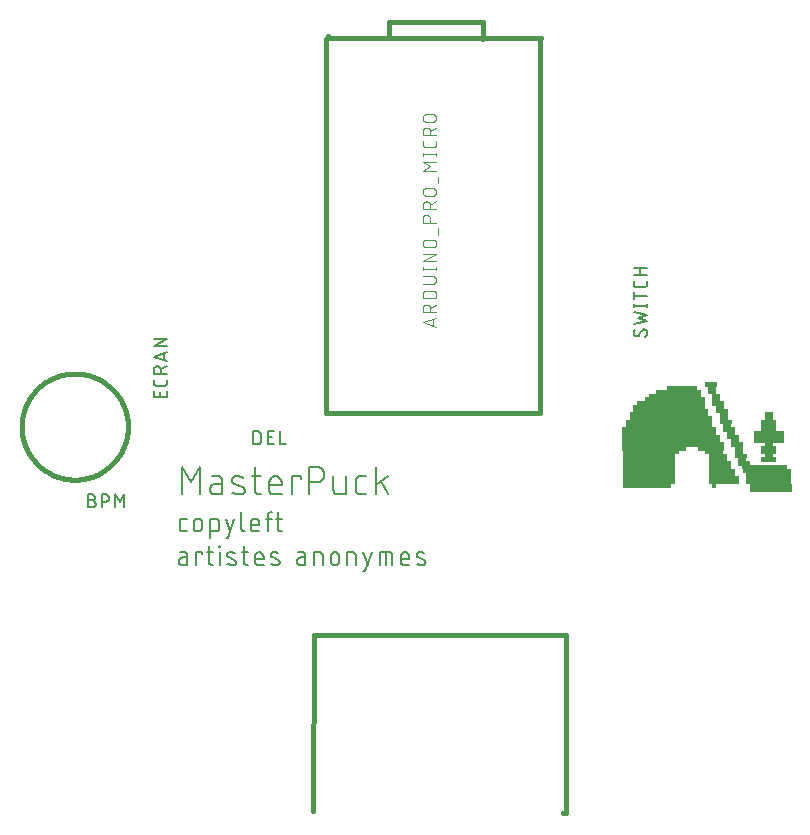
<source format=gbr>
G04 EAGLE Gerber X2 export*
%TF.Part,Single*%
%TF.FileFunction,Legend,Top,1*%
%TF.FilePolarity,Positive*%
%TF.GenerationSoftware,Autodesk,EAGLE,8.6.0*%
%TF.CreationDate,2018-09-12T16:30:21Z*%
G75*
%MOMM*%
%FSLAX34Y34*%
%LPD*%
%AMOC8*
5,1,8,0,0,1.08239X$1,22.5*%
G01*
%ADD10C,0.203200*%
%ADD11C,0.152400*%
%ADD12R,3.479800X0.025400*%
%ADD13R,4.114800X0.025400*%
%ADD14R,0.304800X0.025400*%
%ADD15R,4.445000X0.025400*%
%ADD16R,2.540000X0.025400*%
%ADD17R,3.810000X0.025400*%
%ADD18R,2.235200X0.025400*%
%ADD19R,1.905000X0.025400*%
%ADD20R,0.965200X0.025400*%
%ADD21R,1.600200X0.025400*%
%ADD22R,0.635000X0.025400*%
%ADD23R,1.270000X0.025400*%
%ADD24R,0.939800X0.025400*%
%ADD25R,4.749800X0.025400*%
%ADD26R,1.574800X0.025400*%
%ADD27R,5.384800X0.025400*%
%ADD28R,2.209800X0.025400*%
%ADD29R,8.559800X0.025400*%
%ADD30R,8.255000X0.025400*%
%ADD31R,7.924800X0.025400*%
%ADD32R,7.315200X0.025400*%
%ADD33R,6.985000X0.025400*%
%ADD34R,6.654800X0.025400*%
%ADD35R,6.350000X0.025400*%
%ADD36R,6.045200X0.025400*%
%ADD37R,5.715000X0.025400*%
%ADD38R,5.080000X0.025400*%
%ADD39C,0.406400*%
%ADD40C,0.101600*%
%ADD41C,0.127000*%


D10*
X448056Y412496D02*
X448056Y435864D01*
X455845Y422882D01*
X463635Y435864D01*
X463635Y412496D01*
X476720Y421584D02*
X482562Y421584D01*
X476720Y421584D02*
X476587Y421582D01*
X476453Y421576D01*
X476320Y421566D01*
X476188Y421553D01*
X476055Y421535D01*
X475924Y421514D01*
X475793Y421488D01*
X475662Y421459D01*
X475533Y421426D01*
X475405Y421390D01*
X475278Y421349D01*
X475152Y421305D01*
X475027Y421257D01*
X474904Y421205D01*
X474783Y421150D01*
X474663Y421092D01*
X474545Y421030D01*
X474429Y420964D01*
X474315Y420895D01*
X474202Y420823D01*
X474092Y420747D01*
X473985Y420669D01*
X473879Y420587D01*
X473777Y420502D01*
X473676Y420414D01*
X473578Y420323D01*
X473483Y420229D01*
X473391Y420133D01*
X473302Y420034D01*
X473215Y419932D01*
X473132Y419828D01*
X473052Y419722D01*
X472975Y419613D01*
X472901Y419502D01*
X472830Y419389D01*
X472763Y419273D01*
X472699Y419156D01*
X472638Y419037D01*
X472582Y418917D01*
X472528Y418794D01*
X472479Y418670D01*
X472433Y418545D01*
X472390Y418419D01*
X472352Y418291D01*
X472317Y418162D01*
X472286Y418033D01*
X472258Y417902D01*
X472235Y417771D01*
X472216Y417639D01*
X472200Y417506D01*
X472188Y417373D01*
X472180Y417240D01*
X472176Y417107D01*
X472176Y416973D01*
X472180Y416840D01*
X472188Y416707D01*
X472200Y416574D01*
X472216Y416441D01*
X472235Y416309D01*
X472258Y416178D01*
X472286Y416047D01*
X472317Y415918D01*
X472352Y415789D01*
X472390Y415661D01*
X472433Y415535D01*
X472479Y415410D01*
X472528Y415286D01*
X472582Y415163D01*
X472638Y415043D01*
X472699Y414924D01*
X472763Y414807D01*
X472830Y414691D01*
X472901Y414578D01*
X472975Y414467D01*
X473052Y414358D01*
X473132Y414252D01*
X473215Y414148D01*
X473302Y414046D01*
X473391Y413947D01*
X473483Y413851D01*
X473578Y413757D01*
X473676Y413666D01*
X473777Y413578D01*
X473879Y413493D01*
X473985Y413411D01*
X474092Y413333D01*
X474202Y413257D01*
X474315Y413185D01*
X474429Y413116D01*
X474545Y413050D01*
X474663Y412988D01*
X474783Y412930D01*
X474904Y412875D01*
X475027Y412823D01*
X475152Y412775D01*
X475278Y412731D01*
X475405Y412690D01*
X475533Y412654D01*
X475662Y412621D01*
X475793Y412592D01*
X475924Y412566D01*
X476055Y412545D01*
X476188Y412527D01*
X476320Y412514D01*
X476453Y412504D01*
X476587Y412498D01*
X476720Y412496D01*
X482562Y412496D01*
X482562Y424180D01*
X482560Y424302D01*
X482554Y424425D01*
X482545Y424547D01*
X482531Y424668D01*
X482514Y424789D01*
X482493Y424910D01*
X482468Y425030D01*
X482440Y425149D01*
X482407Y425267D01*
X482371Y425384D01*
X482332Y425499D01*
X482288Y425614D01*
X482242Y425727D01*
X482191Y425838D01*
X482137Y425948D01*
X482080Y426056D01*
X482020Y426163D01*
X481956Y426267D01*
X481888Y426369D01*
X481818Y426469D01*
X481745Y426567D01*
X481668Y426663D01*
X481589Y426756D01*
X481506Y426846D01*
X481421Y426934D01*
X481333Y427019D01*
X481243Y427102D01*
X481150Y427181D01*
X481054Y427258D01*
X480956Y427331D01*
X480856Y427401D01*
X480754Y427469D01*
X480650Y427533D01*
X480543Y427593D01*
X480435Y427650D01*
X480325Y427704D01*
X480214Y427755D01*
X480101Y427801D01*
X479986Y427845D01*
X479871Y427884D01*
X479754Y427920D01*
X479636Y427953D01*
X479517Y427981D01*
X479397Y428006D01*
X479276Y428027D01*
X479155Y428044D01*
X479034Y428058D01*
X478912Y428067D01*
X478789Y428073D01*
X478667Y428075D01*
X473474Y428075D01*
X492965Y421584D02*
X499456Y418987D01*
X492966Y421584D02*
X492860Y421628D01*
X492755Y421677D01*
X492652Y421729D01*
X492551Y421784D01*
X492451Y421843D01*
X492354Y421905D01*
X492259Y421970D01*
X492167Y422039D01*
X492076Y422111D01*
X491989Y422185D01*
X491903Y422263D01*
X491821Y422344D01*
X491741Y422427D01*
X491665Y422513D01*
X491591Y422602D01*
X491520Y422693D01*
X491453Y422787D01*
X491389Y422883D01*
X491328Y422981D01*
X491270Y423080D01*
X491216Y423182D01*
X491166Y423286D01*
X491119Y423391D01*
X491075Y423498D01*
X491036Y423607D01*
X491000Y423716D01*
X490968Y423827D01*
X490939Y423939D01*
X490915Y424051D01*
X490894Y424165D01*
X490878Y424279D01*
X490865Y424394D01*
X490856Y424509D01*
X490851Y424624D01*
X490850Y424739D01*
X490853Y424854D01*
X490860Y424970D01*
X490871Y425084D01*
X490886Y425199D01*
X490905Y425312D01*
X490927Y425426D01*
X490954Y425538D01*
X490984Y425649D01*
X491018Y425759D01*
X491056Y425868D01*
X491097Y425976D01*
X491143Y426082D01*
X491192Y426186D01*
X491244Y426289D01*
X491300Y426390D01*
X491359Y426489D01*
X491422Y426586D01*
X491488Y426680D01*
X491557Y426773D01*
X491629Y426863D01*
X491704Y426950D01*
X491783Y427035D01*
X491864Y427117D01*
X491948Y427196D01*
X492034Y427272D01*
X492123Y427345D01*
X492215Y427415D01*
X492309Y427482D01*
X492405Y427546D01*
X492503Y427606D01*
X492603Y427663D01*
X492705Y427717D01*
X492809Y427767D01*
X492915Y427813D01*
X493022Y427856D01*
X493131Y427895D01*
X493240Y427930D01*
X493351Y427962D01*
X493463Y427990D01*
X493576Y428014D01*
X493690Y428034D01*
X493804Y428050D01*
X493918Y428062D01*
X494033Y428070D01*
X494149Y428074D01*
X494264Y428075D01*
X494263Y428074D02*
X494618Y428065D01*
X494972Y428047D01*
X495325Y428021D01*
X495678Y427986D01*
X496030Y427943D01*
X496381Y427891D01*
X496730Y427831D01*
X497078Y427762D01*
X497424Y427685D01*
X497768Y427600D01*
X498110Y427507D01*
X498449Y427405D01*
X498786Y427295D01*
X499121Y427178D01*
X499452Y427052D01*
X499780Y426918D01*
X500105Y426776D01*
X499456Y418987D02*
X499562Y418943D01*
X499667Y418894D01*
X499770Y418842D01*
X499871Y418787D01*
X499971Y418728D01*
X500068Y418666D01*
X500163Y418601D01*
X500255Y418532D01*
X500346Y418460D01*
X500433Y418386D01*
X500519Y418308D01*
X500601Y418227D01*
X500681Y418144D01*
X500757Y418058D01*
X500831Y417969D01*
X500902Y417878D01*
X500969Y417784D01*
X501033Y417688D01*
X501094Y417590D01*
X501152Y417491D01*
X501206Y417389D01*
X501256Y417285D01*
X501303Y417180D01*
X501347Y417073D01*
X501386Y416964D01*
X501422Y416855D01*
X501454Y416744D01*
X501483Y416632D01*
X501507Y416520D01*
X501528Y416406D01*
X501544Y416292D01*
X501557Y416177D01*
X501566Y416062D01*
X501571Y415947D01*
X501572Y415832D01*
X501569Y415717D01*
X501562Y415601D01*
X501551Y415487D01*
X501536Y415372D01*
X501517Y415259D01*
X501495Y415145D01*
X501468Y415033D01*
X501438Y414922D01*
X501404Y414812D01*
X501366Y414703D01*
X501325Y414595D01*
X501279Y414489D01*
X501230Y414385D01*
X501178Y414282D01*
X501122Y414181D01*
X501063Y414082D01*
X501000Y413985D01*
X500934Y413891D01*
X500865Y413798D01*
X500793Y413708D01*
X500718Y413621D01*
X500639Y413536D01*
X500558Y413454D01*
X500474Y413375D01*
X500388Y413299D01*
X500299Y413226D01*
X500207Y413156D01*
X500113Y413089D01*
X500017Y413025D01*
X499919Y412965D01*
X499819Y412908D01*
X499717Y412854D01*
X499613Y412804D01*
X499507Y412758D01*
X499400Y412715D01*
X499291Y412676D01*
X499182Y412641D01*
X499071Y412609D01*
X498959Y412581D01*
X498846Y412557D01*
X498732Y412537D01*
X498618Y412521D01*
X498504Y412509D01*
X498389Y412501D01*
X498273Y412497D01*
X498158Y412496D01*
X498159Y412496D02*
X497638Y412510D01*
X497118Y412536D01*
X496599Y412574D01*
X496080Y412624D01*
X495563Y412687D01*
X495048Y412762D01*
X494535Y412849D01*
X494023Y412948D01*
X493515Y413060D01*
X493009Y413183D01*
X492506Y413318D01*
X492006Y413465D01*
X491510Y413624D01*
X491018Y413794D01*
X507543Y428075D02*
X515333Y428075D01*
X510140Y435864D02*
X510140Y416391D01*
X510142Y416269D01*
X510148Y416146D01*
X510157Y416024D01*
X510171Y415903D01*
X510188Y415782D01*
X510209Y415661D01*
X510234Y415541D01*
X510262Y415422D01*
X510295Y415304D01*
X510331Y415187D01*
X510370Y415072D01*
X510414Y414957D01*
X510460Y414844D01*
X510511Y414733D01*
X510565Y414623D01*
X510622Y414515D01*
X510682Y414408D01*
X510746Y414304D01*
X510814Y414202D01*
X510884Y414102D01*
X510957Y414004D01*
X511034Y413908D01*
X511113Y413815D01*
X511196Y413725D01*
X511281Y413637D01*
X511369Y413552D01*
X511459Y413469D01*
X511552Y413390D01*
X511648Y413313D01*
X511746Y413240D01*
X511846Y413170D01*
X511948Y413102D01*
X512052Y413038D01*
X512159Y412978D01*
X512267Y412921D01*
X512377Y412867D01*
X512488Y412816D01*
X512601Y412770D01*
X512716Y412726D01*
X512831Y412687D01*
X512948Y412651D01*
X513066Y412618D01*
X513185Y412590D01*
X513305Y412565D01*
X513426Y412544D01*
X513547Y412527D01*
X513668Y412513D01*
X513790Y412504D01*
X513913Y412498D01*
X514035Y412496D01*
X515333Y412496D01*
X526231Y412496D02*
X532722Y412496D01*
X526231Y412496D02*
X526109Y412498D01*
X525986Y412504D01*
X525864Y412513D01*
X525743Y412527D01*
X525622Y412544D01*
X525501Y412565D01*
X525381Y412590D01*
X525262Y412618D01*
X525144Y412651D01*
X525027Y412687D01*
X524912Y412726D01*
X524797Y412770D01*
X524684Y412816D01*
X524573Y412867D01*
X524463Y412921D01*
X524355Y412978D01*
X524248Y413038D01*
X524144Y413102D01*
X524042Y413170D01*
X523942Y413240D01*
X523844Y413313D01*
X523748Y413390D01*
X523655Y413469D01*
X523565Y413552D01*
X523477Y413637D01*
X523392Y413725D01*
X523309Y413815D01*
X523230Y413908D01*
X523153Y414004D01*
X523080Y414102D01*
X523010Y414202D01*
X522942Y414304D01*
X522878Y414408D01*
X522818Y414515D01*
X522761Y414623D01*
X522707Y414733D01*
X522656Y414844D01*
X522610Y414957D01*
X522566Y415072D01*
X522527Y415187D01*
X522491Y415304D01*
X522458Y415422D01*
X522430Y415541D01*
X522405Y415661D01*
X522384Y415782D01*
X522367Y415903D01*
X522353Y416024D01*
X522344Y416146D01*
X522338Y416269D01*
X522336Y416391D01*
X522336Y422882D01*
X522338Y423025D01*
X522344Y423168D01*
X522354Y423311D01*
X522368Y423453D01*
X522385Y423595D01*
X522407Y423737D01*
X522432Y423878D01*
X522462Y424018D01*
X522495Y424157D01*
X522532Y424295D01*
X522573Y424432D01*
X522617Y424568D01*
X522666Y424703D01*
X522718Y424836D01*
X522773Y424968D01*
X522833Y425098D01*
X522896Y425227D01*
X522962Y425354D01*
X523032Y425479D01*
X523105Y425601D01*
X523182Y425722D01*
X523262Y425841D01*
X523345Y425957D01*
X523431Y426072D01*
X523520Y426183D01*
X523613Y426293D01*
X523708Y426399D01*
X523807Y426503D01*
X523908Y426604D01*
X524012Y426703D01*
X524118Y426798D01*
X524228Y426891D01*
X524339Y426980D01*
X524454Y427066D01*
X524570Y427149D01*
X524689Y427229D01*
X524810Y427306D01*
X524933Y427379D01*
X525057Y427449D01*
X525184Y427515D01*
X525313Y427578D01*
X525443Y427638D01*
X525575Y427693D01*
X525708Y427745D01*
X525843Y427794D01*
X525979Y427838D01*
X526116Y427879D01*
X526254Y427916D01*
X526393Y427949D01*
X526533Y427979D01*
X526674Y428004D01*
X526816Y428026D01*
X526958Y428043D01*
X527100Y428057D01*
X527243Y428067D01*
X527386Y428073D01*
X527529Y428075D01*
X527672Y428073D01*
X527815Y428067D01*
X527958Y428057D01*
X528100Y428043D01*
X528242Y428026D01*
X528384Y428004D01*
X528525Y427979D01*
X528665Y427949D01*
X528804Y427916D01*
X528942Y427879D01*
X529079Y427838D01*
X529215Y427794D01*
X529350Y427745D01*
X529483Y427693D01*
X529615Y427638D01*
X529745Y427578D01*
X529874Y427515D01*
X530001Y427449D01*
X530126Y427379D01*
X530248Y427306D01*
X530369Y427229D01*
X530488Y427149D01*
X530604Y427066D01*
X530719Y426980D01*
X530830Y426891D01*
X530940Y426798D01*
X531046Y426703D01*
X531150Y426604D01*
X531251Y426503D01*
X531350Y426399D01*
X531445Y426293D01*
X531538Y426183D01*
X531627Y426072D01*
X531713Y425957D01*
X531796Y425841D01*
X531876Y425722D01*
X531953Y425601D01*
X532026Y425479D01*
X532096Y425354D01*
X532162Y425227D01*
X532225Y425098D01*
X532285Y424968D01*
X532340Y424836D01*
X532392Y424703D01*
X532441Y424568D01*
X532485Y424432D01*
X532526Y424295D01*
X532563Y424157D01*
X532596Y424018D01*
X532626Y423878D01*
X532651Y423737D01*
X532673Y423595D01*
X532690Y423453D01*
X532704Y423311D01*
X532714Y423168D01*
X532720Y423025D01*
X532722Y422882D01*
X532722Y420285D01*
X522336Y420285D01*
X541191Y412496D02*
X541191Y428075D01*
X548980Y428075D01*
X548980Y425478D01*
X555983Y435864D02*
X555983Y412496D01*
X555983Y435864D02*
X562474Y435864D01*
X562633Y435862D01*
X562792Y435856D01*
X562952Y435846D01*
X563110Y435833D01*
X563269Y435815D01*
X563426Y435794D01*
X563584Y435768D01*
X563740Y435739D01*
X563896Y435706D01*
X564051Y435669D01*
X564205Y435629D01*
X564358Y435584D01*
X564510Y435536D01*
X564661Y435485D01*
X564810Y435429D01*
X564958Y435370D01*
X565104Y435307D01*
X565249Y435241D01*
X565392Y435171D01*
X565534Y435098D01*
X565673Y435021D01*
X565811Y434941D01*
X565947Y434857D01*
X566080Y434770D01*
X566212Y434680D01*
X566341Y434587D01*
X566467Y434490D01*
X566592Y434391D01*
X566714Y434288D01*
X566833Y434183D01*
X566950Y434074D01*
X567064Y433963D01*
X567175Y433849D01*
X567284Y433732D01*
X567389Y433613D01*
X567492Y433491D01*
X567591Y433366D01*
X567688Y433240D01*
X567781Y433111D01*
X567871Y432979D01*
X567958Y432846D01*
X568042Y432710D01*
X568122Y432572D01*
X568199Y432433D01*
X568272Y432291D01*
X568342Y432148D01*
X568408Y432003D01*
X568471Y431857D01*
X568530Y431709D01*
X568586Y431560D01*
X568637Y431409D01*
X568685Y431257D01*
X568730Y431104D01*
X568770Y430950D01*
X568807Y430795D01*
X568840Y430639D01*
X568869Y430483D01*
X568895Y430325D01*
X568916Y430168D01*
X568934Y430009D01*
X568947Y429851D01*
X568957Y429691D01*
X568963Y429532D01*
X568965Y429373D01*
X568963Y429214D01*
X568957Y429055D01*
X568947Y428895D01*
X568934Y428737D01*
X568916Y428578D01*
X568895Y428421D01*
X568869Y428263D01*
X568840Y428107D01*
X568807Y427951D01*
X568770Y427796D01*
X568730Y427642D01*
X568685Y427489D01*
X568637Y427337D01*
X568586Y427186D01*
X568530Y427037D01*
X568471Y426889D01*
X568408Y426743D01*
X568342Y426598D01*
X568272Y426455D01*
X568199Y426313D01*
X568122Y426174D01*
X568042Y426036D01*
X567958Y425900D01*
X567871Y425767D01*
X567781Y425635D01*
X567688Y425506D01*
X567591Y425380D01*
X567492Y425255D01*
X567389Y425133D01*
X567284Y425014D01*
X567175Y424897D01*
X567064Y424783D01*
X566950Y424672D01*
X566833Y424563D01*
X566714Y424458D01*
X566592Y424355D01*
X566467Y424256D01*
X566341Y424159D01*
X566212Y424066D01*
X566080Y423976D01*
X565947Y423889D01*
X565811Y423805D01*
X565673Y423725D01*
X565534Y423648D01*
X565392Y423575D01*
X565249Y423505D01*
X565104Y423439D01*
X564958Y423376D01*
X564810Y423317D01*
X564661Y423261D01*
X564510Y423210D01*
X564358Y423162D01*
X564205Y423117D01*
X564051Y423077D01*
X563896Y423040D01*
X563740Y423007D01*
X563584Y422978D01*
X563426Y422952D01*
X563269Y422931D01*
X563110Y422913D01*
X562952Y422900D01*
X562792Y422890D01*
X562633Y422884D01*
X562474Y422882D01*
X555983Y422882D01*
X576621Y428075D02*
X576621Y416391D01*
X576623Y416269D01*
X576629Y416146D01*
X576638Y416024D01*
X576652Y415903D01*
X576669Y415782D01*
X576690Y415661D01*
X576715Y415541D01*
X576743Y415422D01*
X576776Y415304D01*
X576812Y415187D01*
X576851Y415072D01*
X576895Y414957D01*
X576941Y414844D01*
X576992Y414733D01*
X577046Y414623D01*
X577103Y414515D01*
X577163Y414408D01*
X577227Y414304D01*
X577295Y414202D01*
X577365Y414102D01*
X577438Y414004D01*
X577515Y413908D01*
X577594Y413815D01*
X577677Y413725D01*
X577762Y413637D01*
X577850Y413552D01*
X577940Y413469D01*
X578033Y413390D01*
X578129Y413313D01*
X578227Y413240D01*
X578327Y413170D01*
X578429Y413102D01*
X578533Y413038D01*
X578640Y412978D01*
X578748Y412921D01*
X578858Y412867D01*
X578969Y412816D01*
X579082Y412770D01*
X579197Y412726D01*
X579312Y412687D01*
X579429Y412651D01*
X579547Y412618D01*
X579666Y412590D01*
X579786Y412565D01*
X579907Y412544D01*
X580028Y412527D01*
X580149Y412513D01*
X580271Y412504D01*
X580394Y412498D01*
X580516Y412496D01*
X587007Y412496D01*
X587007Y428075D01*
X599321Y412496D02*
X604514Y412496D01*
X599321Y412496D02*
X599199Y412498D01*
X599076Y412504D01*
X598954Y412513D01*
X598833Y412527D01*
X598712Y412544D01*
X598591Y412565D01*
X598471Y412590D01*
X598352Y412618D01*
X598234Y412651D01*
X598117Y412687D01*
X598002Y412726D01*
X597887Y412770D01*
X597774Y412816D01*
X597663Y412867D01*
X597553Y412921D01*
X597445Y412978D01*
X597338Y413038D01*
X597234Y413102D01*
X597132Y413170D01*
X597032Y413240D01*
X596934Y413313D01*
X596838Y413390D01*
X596745Y413469D01*
X596655Y413552D01*
X596567Y413637D01*
X596482Y413725D01*
X596399Y413815D01*
X596320Y413908D01*
X596243Y414004D01*
X596170Y414102D01*
X596100Y414202D01*
X596032Y414304D01*
X595968Y414408D01*
X595908Y414515D01*
X595851Y414623D01*
X595797Y414733D01*
X595746Y414844D01*
X595700Y414957D01*
X595656Y415072D01*
X595617Y415187D01*
X595581Y415304D01*
X595548Y415422D01*
X595520Y415541D01*
X595495Y415661D01*
X595474Y415782D01*
X595457Y415903D01*
X595443Y416024D01*
X595434Y416146D01*
X595428Y416269D01*
X595426Y416391D01*
X595426Y424180D01*
X595428Y424302D01*
X595434Y424425D01*
X595443Y424547D01*
X595457Y424668D01*
X595474Y424789D01*
X595495Y424910D01*
X595520Y425030D01*
X595548Y425149D01*
X595581Y425267D01*
X595617Y425384D01*
X595656Y425499D01*
X595700Y425614D01*
X595746Y425727D01*
X595797Y425838D01*
X595851Y425948D01*
X595908Y426056D01*
X595968Y426163D01*
X596032Y426267D01*
X596100Y426369D01*
X596170Y426469D01*
X596243Y426567D01*
X596320Y426663D01*
X596399Y426756D01*
X596482Y426846D01*
X596567Y426934D01*
X596655Y427019D01*
X596745Y427102D01*
X596838Y427181D01*
X596934Y427258D01*
X597032Y427331D01*
X597132Y427401D01*
X597234Y427469D01*
X597338Y427533D01*
X597445Y427593D01*
X597553Y427650D01*
X597663Y427704D01*
X597774Y427755D01*
X597887Y427801D01*
X598002Y427845D01*
X598117Y427884D01*
X598234Y427920D01*
X598352Y427953D01*
X598471Y427981D01*
X598591Y428006D01*
X598712Y428027D01*
X598833Y428044D01*
X598954Y428058D01*
X599076Y428067D01*
X599199Y428073D01*
X599321Y428075D01*
X604514Y428075D01*
X612233Y435864D02*
X612233Y412496D01*
X612233Y420285D02*
X622619Y428075D01*
X616777Y423531D02*
X622619Y412496D01*
D11*
X452600Y381254D02*
X448987Y381254D01*
X448886Y381256D01*
X448785Y381262D01*
X448684Y381271D01*
X448583Y381284D01*
X448483Y381301D01*
X448384Y381322D01*
X448286Y381346D01*
X448189Y381374D01*
X448092Y381406D01*
X447997Y381441D01*
X447904Y381480D01*
X447812Y381522D01*
X447721Y381568D01*
X447633Y381617D01*
X447546Y381669D01*
X447461Y381725D01*
X447378Y381783D01*
X447298Y381845D01*
X447220Y381910D01*
X447144Y381977D01*
X447071Y382047D01*
X447001Y382120D01*
X446934Y382196D01*
X446869Y382274D01*
X446807Y382354D01*
X446749Y382437D01*
X446693Y382522D01*
X446641Y382609D01*
X446592Y382697D01*
X446546Y382788D01*
X446504Y382880D01*
X446465Y382973D01*
X446430Y383068D01*
X446398Y383165D01*
X446370Y383262D01*
X446346Y383360D01*
X446325Y383459D01*
X446308Y383559D01*
X446295Y383660D01*
X446286Y383761D01*
X446280Y383862D01*
X446278Y383963D01*
X446278Y389382D01*
X446280Y389483D01*
X446286Y389584D01*
X446295Y389685D01*
X446308Y389786D01*
X446325Y389886D01*
X446346Y389985D01*
X446370Y390083D01*
X446398Y390180D01*
X446430Y390277D01*
X446465Y390372D01*
X446504Y390465D01*
X446546Y390557D01*
X446592Y390648D01*
X446641Y390737D01*
X446693Y390823D01*
X446749Y390908D01*
X446807Y390991D01*
X446869Y391071D01*
X446934Y391149D01*
X447001Y391225D01*
X447071Y391298D01*
X447144Y391368D01*
X447220Y391435D01*
X447298Y391500D01*
X447378Y391562D01*
X447461Y391620D01*
X447546Y391676D01*
X447633Y391728D01*
X447721Y391777D01*
X447812Y391823D01*
X447904Y391865D01*
X447997Y391904D01*
X448092Y391939D01*
X448189Y391971D01*
X448286Y391999D01*
X448384Y392023D01*
X448483Y392044D01*
X448583Y392061D01*
X448684Y392074D01*
X448785Y392083D01*
X448886Y392089D01*
X448987Y392091D01*
X452600Y392091D01*
X458244Y388479D02*
X458244Y384866D01*
X458245Y388479D02*
X458247Y388598D01*
X458253Y388718D01*
X458263Y388837D01*
X458277Y388955D01*
X458294Y389074D01*
X458316Y389191D01*
X458341Y389308D01*
X458371Y389423D01*
X458404Y389538D01*
X458441Y389652D01*
X458481Y389764D01*
X458526Y389875D01*
X458574Y389984D01*
X458625Y390092D01*
X458680Y390198D01*
X458739Y390302D01*
X458801Y390404D01*
X458866Y390504D01*
X458935Y390602D01*
X459007Y390698D01*
X459082Y390791D01*
X459159Y390881D01*
X459240Y390969D01*
X459324Y391054D01*
X459411Y391136D01*
X459500Y391216D01*
X459592Y391292D01*
X459686Y391366D01*
X459783Y391436D01*
X459881Y391503D01*
X459982Y391567D01*
X460086Y391627D01*
X460191Y391684D01*
X460298Y391737D01*
X460406Y391787D01*
X460516Y391833D01*
X460628Y391875D01*
X460741Y391914D01*
X460855Y391949D01*
X460970Y391980D01*
X461087Y392008D01*
X461204Y392031D01*
X461321Y392051D01*
X461440Y392067D01*
X461559Y392079D01*
X461678Y392087D01*
X461797Y392091D01*
X461917Y392091D01*
X462036Y392087D01*
X462155Y392079D01*
X462274Y392067D01*
X462393Y392051D01*
X462510Y392031D01*
X462627Y392008D01*
X462744Y391980D01*
X462859Y391949D01*
X462973Y391914D01*
X463086Y391875D01*
X463198Y391833D01*
X463308Y391787D01*
X463416Y391737D01*
X463523Y391684D01*
X463628Y391627D01*
X463732Y391567D01*
X463833Y391503D01*
X463931Y391436D01*
X464028Y391366D01*
X464122Y391292D01*
X464214Y391216D01*
X464303Y391136D01*
X464390Y391054D01*
X464474Y390969D01*
X464555Y390881D01*
X464632Y390791D01*
X464707Y390698D01*
X464779Y390602D01*
X464848Y390504D01*
X464913Y390404D01*
X464975Y390302D01*
X465034Y390198D01*
X465089Y390092D01*
X465140Y389984D01*
X465188Y389875D01*
X465233Y389764D01*
X465273Y389652D01*
X465310Y389538D01*
X465343Y389423D01*
X465373Y389308D01*
X465398Y389191D01*
X465420Y389074D01*
X465437Y388955D01*
X465451Y388837D01*
X465461Y388718D01*
X465467Y388598D01*
X465469Y388479D01*
X465469Y384866D01*
X465467Y384747D01*
X465461Y384627D01*
X465451Y384508D01*
X465437Y384390D01*
X465420Y384271D01*
X465398Y384154D01*
X465373Y384037D01*
X465343Y383922D01*
X465310Y383807D01*
X465273Y383693D01*
X465233Y383581D01*
X465188Y383470D01*
X465140Y383361D01*
X465089Y383253D01*
X465034Y383147D01*
X464975Y383043D01*
X464913Y382941D01*
X464848Y382841D01*
X464779Y382743D01*
X464707Y382647D01*
X464632Y382554D01*
X464555Y382464D01*
X464474Y382376D01*
X464390Y382291D01*
X464303Y382209D01*
X464214Y382129D01*
X464122Y382053D01*
X464028Y381979D01*
X463931Y381909D01*
X463833Y381842D01*
X463732Y381778D01*
X463628Y381718D01*
X463523Y381661D01*
X463416Y381608D01*
X463308Y381558D01*
X463198Y381512D01*
X463086Y381470D01*
X462973Y381431D01*
X462859Y381396D01*
X462744Y381365D01*
X462627Y381337D01*
X462510Y381314D01*
X462393Y381294D01*
X462274Y381278D01*
X462155Y381266D01*
X462036Y381258D01*
X461917Y381254D01*
X461797Y381254D01*
X461678Y381258D01*
X461559Y381266D01*
X461440Y381278D01*
X461321Y381294D01*
X461204Y381314D01*
X461087Y381337D01*
X460970Y381365D01*
X460855Y381396D01*
X460741Y381431D01*
X460628Y381470D01*
X460516Y381512D01*
X460406Y381558D01*
X460298Y381608D01*
X460191Y381661D01*
X460086Y381718D01*
X459982Y381778D01*
X459881Y381842D01*
X459783Y381909D01*
X459686Y381979D01*
X459592Y382053D01*
X459500Y382129D01*
X459411Y382209D01*
X459324Y382291D01*
X459240Y382376D01*
X459159Y382464D01*
X459082Y382554D01*
X459007Y382647D01*
X458935Y382743D01*
X458866Y382841D01*
X458801Y382941D01*
X458739Y383043D01*
X458680Y383147D01*
X458625Y383253D01*
X458574Y383361D01*
X458526Y383470D01*
X458481Y383581D01*
X458441Y383693D01*
X458404Y383807D01*
X458371Y383922D01*
X458341Y384037D01*
X458316Y384154D01*
X458294Y384271D01*
X458277Y384390D01*
X458263Y384508D01*
X458253Y384627D01*
X458247Y384747D01*
X458245Y384866D01*
X472386Y392091D02*
X472386Y375835D01*
X472386Y392091D02*
X476901Y392091D01*
X477005Y392089D01*
X477108Y392083D01*
X477212Y392073D01*
X477315Y392059D01*
X477417Y392041D01*
X477518Y392020D01*
X477619Y391994D01*
X477718Y391965D01*
X477817Y391932D01*
X477914Y391895D01*
X478009Y391854D01*
X478103Y391810D01*
X478195Y391762D01*
X478285Y391711D01*
X478374Y391656D01*
X478460Y391598D01*
X478543Y391536D01*
X478625Y391472D01*
X478703Y391404D01*
X478779Y391334D01*
X478853Y391261D01*
X478923Y391184D01*
X478991Y391106D01*
X479055Y391024D01*
X479117Y390941D01*
X479175Y390855D01*
X479230Y390766D01*
X479281Y390676D01*
X479329Y390584D01*
X479373Y390490D01*
X479414Y390395D01*
X479451Y390298D01*
X479484Y390199D01*
X479513Y390100D01*
X479539Y389999D01*
X479560Y389898D01*
X479578Y389796D01*
X479592Y389693D01*
X479602Y389589D01*
X479608Y389486D01*
X479610Y389382D01*
X479611Y389382D02*
X479611Y383963D01*
X479610Y383963D02*
X479608Y383862D01*
X479602Y383761D01*
X479593Y383660D01*
X479580Y383559D01*
X479563Y383459D01*
X479542Y383360D01*
X479518Y383262D01*
X479490Y383165D01*
X479458Y383068D01*
X479423Y382973D01*
X479384Y382880D01*
X479342Y382788D01*
X479296Y382697D01*
X479247Y382609D01*
X479195Y382522D01*
X479139Y382437D01*
X479081Y382354D01*
X479019Y382274D01*
X478954Y382196D01*
X478887Y382120D01*
X478817Y382047D01*
X478744Y381977D01*
X478668Y381910D01*
X478590Y381845D01*
X478510Y381783D01*
X478427Y381725D01*
X478342Y381669D01*
X478256Y381617D01*
X478167Y381568D01*
X478076Y381522D01*
X477984Y381480D01*
X477891Y381441D01*
X477796Y381406D01*
X477699Y381374D01*
X477602Y381346D01*
X477504Y381322D01*
X477405Y381301D01*
X477305Y381284D01*
X477204Y381271D01*
X477103Y381262D01*
X477002Y381256D01*
X476901Y381254D01*
X472386Y381254D01*
X485338Y375835D02*
X487145Y375835D01*
X492563Y392091D01*
X485338Y392091D02*
X488951Y381254D01*
X498601Y383963D02*
X498601Y397510D01*
X498602Y383963D02*
X498604Y383862D01*
X498610Y383761D01*
X498619Y383660D01*
X498632Y383559D01*
X498649Y383459D01*
X498670Y383360D01*
X498694Y383262D01*
X498722Y383165D01*
X498754Y383068D01*
X498789Y382973D01*
X498828Y382880D01*
X498870Y382788D01*
X498916Y382697D01*
X498965Y382609D01*
X499017Y382522D01*
X499073Y382437D01*
X499131Y382354D01*
X499193Y382274D01*
X499258Y382196D01*
X499325Y382120D01*
X499395Y382047D01*
X499468Y381977D01*
X499544Y381910D01*
X499622Y381845D01*
X499702Y381783D01*
X499785Y381725D01*
X499870Y381669D01*
X499957Y381617D01*
X500045Y381568D01*
X500136Y381522D01*
X500228Y381480D01*
X500321Y381441D01*
X500416Y381406D01*
X500513Y381374D01*
X500610Y381346D01*
X500708Y381322D01*
X500807Y381301D01*
X500907Y381284D01*
X501008Y381271D01*
X501109Y381262D01*
X501210Y381256D01*
X501311Y381254D01*
X509410Y381254D02*
X513926Y381254D01*
X509410Y381254D02*
X509309Y381256D01*
X509208Y381262D01*
X509107Y381271D01*
X509006Y381284D01*
X508906Y381301D01*
X508807Y381322D01*
X508709Y381346D01*
X508612Y381374D01*
X508515Y381406D01*
X508420Y381441D01*
X508327Y381480D01*
X508235Y381522D01*
X508144Y381568D01*
X508056Y381617D01*
X507969Y381669D01*
X507884Y381725D01*
X507801Y381783D01*
X507721Y381845D01*
X507643Y381910D01*
X507567Y381977D01*
X507494Y382047D01*
X507424Y382120D01*
X507357Y382196D01*
X507292Y382274D01*
X507230Y382354D01*
X507172Y382437D01*
X507116Y382522D01*
X507064Y382609D01*
X507015Y382697D01*
X506969Y382788D01*
X506927Y382880D01*
X506888Y382973D01*
X506853Y383068D01*
X506821Y383165D01*
X506793Y383262D01*
X506769Y383360D01*
X506748Y383459D01*
X506731Y383559D01*
X506718Y383660D01*
X506709Y383761D01*
X506703Y383862D01*
X506701Y383963D01*
X506701Y388479D01*
X506702Y388479D02*
X506704Y388598D01*
X506710Y388718D01*
X506720Y388837D01*
X506734Y388955D01*
X506751Y389074D01*
X506773Y389191D01*
X506798Y389308D01*
X506828Y389423D01*
X506861Y389538D01*
X506898Y389652D01*
X506938Y389764D01*
X506983Y389875D01*
X507031Y389984D01*
X507082Y390092D01*
X507137Y390198D01*
X507196Y390302D01*
X507258Y390404D01*
X507323Y390504D01*
X507392Y390602D01*
X507464Y390698D01*
X507539Y390791D01*
X507616Y390881D01*
X507697Y390969D01*
X507781Y391054D01*
X507868Y391136D01*
X507957Y391216D01*
X508049Y391292D01*
X508143Y391366D01*
X508240Y391436D01*
X508338Y391503D01*
X508439Y391567D01*
X508543Y391627D01*
X508648Y391684D01*
X508755Y391737D01*
X508863Y391787D01*
X508973Y391833D01*
X509085Y391875D01*
X509198Y391914D01*
X509312Y391949D01*
X509427Y391980D01*
X509544Y392008D01*
X509661Y392031D01*
X509778Y392051D01*
X509897Y392067D01*
X510016Y392079D01*
X510135Y392087D01*
X510254Y392091D01*
X510374Y392091D01*
X510493Y392087D01*
X510612Y392079D01*
X510731Y392067D01*
X510850Y392051D01*
X510967Y392031D01*
X511084Y392008D01*
X511201Y391980D01*
X511316Y391949D01*
X511430Y391914D01*
X511543Y391875D01*
X511655Y391833D01*
X511765Y391787D01*
X511873Y391737D01*
X511980Y391684D01*
X512085Y391627D01*
X512189Y391567D01*
X512290Y391503D01*
X512388Y391436D01*
X512485Y391366D01*
X512579Y391292D01*
X512671Y391216D01*
X512760Y391136D01*
X512847Y391054D01*
X512931Y390969D01*
X513012Y390881D01*
X513089Y390791D01*
X513164Y390698D01*
X513236Y390602D01*
X513305Y390504D01*
X513370Y390404D01*
X513432Y390302D01*
X513491Y390198D01*
X513546Y390092D01*
X513597Y389984D01*
X513645Y389875D01*
X513690Y389764D01*
X513730Y389652D01*
X513767Y389538D01*
X513800Y389423D01*
X513830Y389308D01*
X513855Y389191D01*
X513877Y389074D01*
X513894Y388955D01*
X513908Y388837D01*
X513918Y388718D01*
X513924Y388598D01*
X513926Y388479D01*
X513926Y386673D01*
X506701Y386673D01*
X521136Y381254D02*
X521136Y394801D01*
X521138Y394905D01*
X521144Y395008D01*
X521154Y395112D01*
X521168Y395215D01*
X521186Y395317D01*
X521207Y395418D01*
X521233Y395519D01*
X521262Y395618D01*
X521295Y395717D01*
X521332Y395814D01*
X521373Y395909D01*
X521417Y396003D01*
X521465Y396095D01*
X521516Y396185D01*
X521571Y396274D01*
X521629Y396360D01*
X521691Y396443D01*
X521755Y396525D01*
X521823Y396603D01*
X521893Y396679D01*
X521966Y396753D01*
X522043Y396823D01*
X522121Y396891D01*
X522203Y396955D01*
X522286Y397017D01*
X522372Y397075D01*
X522461Y397130D01*
X522551Y397181D01*
X522643Y397229D01*
X522737Y397273D01*
X522832Y397314D01*
X522929Y397351D01*
X523028Y397384D01*
X523127Y397413D01*
X523228Y397439D01*
X523329Y397460D01*
X523431Y397478D01*
X523534Y397492D01*
X523638Y397502D01*
X523741Y397508D01*
X523845Y397510D01*
X524748Y397510D01*
X524748Y392091D02*
X519330Y392091D01*
X527809Y392091D02*
X533227Y392091D01*
X529615Y397510D02*
X529615Y383963D01*
X529617Y383862D01*
X529623Y383761D01*
X529632Y383660D01*
X529645Y383559D01*
X529662Y383459D01*
X529683Y383360D01*
X529707Y383262D01*
X529735Y383165D01*
X529767Y383068D01*
X529802Y382973D01*
X529841Y382880D01*
X529883Y382788D01*
X529929Y382697D01*
X529978Y382609D01*
X530030Y382522D01*
X530086Y382437D01*
X530144Y382354D01*
X530206Y382274D01*
X530271Y382196D01*
X530338Y382120D01*
X530408Y382047D01*
X530481Y381977D01*
X530557Y381910D01*
X530635Y381845D01*
X530715Y381783D01*
X530798Y381725D01*
X530883Y381669D01*
X530970Y381617D01*
X531058Y381568D01*
X531149Y381522D01*
X531241Y381480D01*
X531334Y381441D01*
X531429Y381406D01*
X531526Y381374D01*
X531623Y381346D01*
X531721Y381322D01*
X531820Y381301D01*
X531920Y381284D01*
X532021Y381271D01*
X532122Y381262D01*
X532223Y381256D01*
X532324Y381254D01*
X533227Y381254D01*
X452741Y359128D02*
X448677Y359128D01*
X448565Y359126D01*
X448454Y359120D01*
X448343Y359110D01*
X448232Y359097D01*
X448122Y359079D01*
X448013Y359057D01*
X447904Y359032D01*
X447796Y359003D01*
X447690Y358970D01*
X447584Y358933D01*
X447480Y358893D01*
X447378Y358849D01*
X447277Y358801D01*
X447178Y358750D01*
X447080Y358695D01*
X446985Y358637D01*
X446892Y358576D01*
X446801Y358511D01*
X446712Y358443D01*
X446626Y358372D01*
X446543Y358299D01*
X446462Y358222D01*
X446383Y358142D01*
X446308Y358060D01*
X446236Y357975D01*
X446166Y357888D01*
X446100Y357798D01*
X446037Y357706D01*
X445977Y357611D01*
X445921Y357515D01*
X445868Y357417D01*
X445819Y357317D01*
X445773Y357215D01*
X445731Y357112D01*
X445692Y357007D01*
X445657Y356901D01*
X445626Y356794D01*
X445599Y356686D01*
X445575Y356577D01*
X445556Y356467D01*
X445540Y356357D01*
X445528Y356246D01*
X445520Y356134D01*
X445516Y356023D01*
X445516Y355911D01*
X445520Y355800D01*
X445528Y355688D01*
X445540Y355577D01*
X445556Y355467D01*
X445575Y355357D01*
X445599Y355248D01*
X445626Y355140D01*
X445657Y355033D01*
X445692Y354927D01*
X445731Y354822D01*
X445773Y354719D01*
X445819Y354617D01*
X445868Y354517D01*
X445921Y354419D01*
X445977Y354323D01*
X446037Y354228D01*
X446100Y354136D01*
X446166Y354046D01*
X446236Y353959D01*
X446308Y353874D01*
X446383Y353792D01*
X446462Y353712D01*
X446543Y353635D01*
X446626Y353562D01*
X446712Y353491D01*
X446801Y353423D01*
X446892Y353358D01*
X446985Y353297D01*
X447080Y353239D01*
X447178Y353184D01*
X447277Y353133D01*
X447378Y353085D01*
X447480Y353041D01*
X447584Y353001D01*
X447690Y352964D01*
X447796Y352931D01*
X447904Y352902D01*
X448013Y352877D01*
X448122Y352855D01*
X448232Y352837D01*
X448343Y352824D01*
X448454Y352814D01*
X448565Y352808D01*
X448677Y352806D01*
X452741Y352806D01*
X452741Y360934D01*
X452739Y361035D01*
X452733Y361136D01*
X452724Y361237D01*
X452711Y361338D01*
X452694Y361438D01*
X452673Y361537D01*
X452649Y361635D01*
X452621Y361732D01*
X452589Y361829D01*
X452554Y361924D01*
X452515Y362017D01*
X452473Y362109D01*
X452427Y362200D01*
X452378Y362289D01*
X452326Y362375D01*
X452270Y362460D01*
X452212Y362543D01*
X452150Y362623D01*
X452085Y362701D01*
X452018Y362777D01*
X451948Y362850D01*
X451875Y362920D01*
X451799Y362987D01*
X451721Y363052D01*
X451641Y363114D01*
X451558Y363172D01*
X451473Y363228D01*
X451387Y363280D01*
X451298Y363329D01*
X451207Y363375D01*
X451115Y363417D01*
X451022Y363456D01*
X450927Y363491D01*
X450830Y363523D01*
X450733Y363551D01*
X450635Y363575D01*
X450536Y363596D01*
X450436Y363613D01*
X450335Y363626D01*
X450234Y363635D01*
X450133Y363641D01*
X450032Y363643D01*
X446419Y363643D01*
X460263Y363643D02*
X460263Y352806D01*
X460263Y363643D02*
X465682Y363643D01*
X465682Y361837D01*
X469302Y363643D02*
X474721Y363643D01*
X471108Y369062D02*
X471108Y355515D01*
X471110Y355414D01*
X471116Y355313D01*
X471125Y355212D01*
X471138Y355111D01*
X471155Y355011D01*
X471176Y354912D01*
X471200Y354814D01*
X471228Y354717D01*
X471260Y354620D01*
X471295Y354525D01*
X471334Y354432D01*
X471376Y354340D01*
X471422Y354249D01*
X471471Y354161D01*
X471523Y354074D01*
X471579Y353989D01*
X471637Y353906D01*
X471699Y353826D01*
X471764Y353748D01*
X471831Y353672D01*
X471901Y353599D01*
X471974Y353529D01*
X472050Y353462D01*
X472128Y353397D01*
X472208Y353335D01*
X472291Y353277D01*
X472376Y353221D01*
X472463Y353169D01*
X472551Y353120D01*
X472642Y353074D01*
X472734Y353032D01*
X472827Y352993D01*
X472922Y352958D01*
X473019Y352926D01*
X473116Y352898D01*
X473214Y352874D01*
X473313Y352853D01*
X473413Y352836D01*
X473514Y352823D01*
X473615Y352814D01*
X473716Y352808D01*
X473817Y352806D01*
X474721Y352806D01*
X480464Y352806D02*
X480464Y363643D01*
X480013Y368159D02*
X480013Y369062D01*
X480916Y369062D01*
X480916Y368159D01*
X480013Y368159D01*
X488106Y359128D02*
X492622Y357322D01*
X488106Y359128D02*
X488018Y359165D01*
X487932Y359206D01*
X487847Y359250D01*
X487764Y359298D01*
X487684Y359349D01*
X487605Y359403D01*
X487529Y359461D01*
X487455Y359521D01*
X487383Y359585D01*
X487315Y359651D01*
X487249Y359721D01*
X487186Y359792D01*
X487125Y359867D01*
X487068Y359943D01*
X487015Y360022D01*
X486964Y360103D01*
X486917Y360186D01*
X486873Y360271D01*
X486833Y360358D01*
X486796Y360446D01*
X486763Y360536D01*
X486733Y360627D01*
X486708Y360719D01*
X486686Y360812D01*
X486668Y360906D01*
X486653Y361000D01*
X486643Y361095D01*
X486637Y361191D01*
X486634Y361286D01*
X486635Y361382D01*
X486641Y361477D01*
X486650Y361573D01*
X486663Y361667D01*
X486679Y361761D01*
X486700Y361855D01*
X486725Y361947D01*
X486753Y362038D01*
X486785Y362128D01*
X486820Y362217D01*
X486859Y362304D01*
X486902Y362390D01*
X486948Y362474D01*
X486998Y362555D01*
X487050Y362635D01*
X487106Y362713D01*
X487166Y362788D01*
X487228Y362860D01*
X487293Y362930D01*
X487361Y362998D01*
X487431Y363062D01*
X487504Y363124D01*
X487580Y363182D01*
X487658Y363238D01*
X487738Y363290D01*
X487820Y363339D01*
X487904Y363384D01*
X487990Y363426D01*
X488077Y363465D01*
X488166Y363500D01*
X488257Y363531D01*
X488348Y363558D01*
X488441Y363582D01*
X488534Y363602D01*
X488628Y363618D01*
X488723Y363630D01*
X488818Y363639D01*
X488914Y363643D01*
X489009Y363644D01*
X489256Y363637D01*
X489502Y363625D01*
X489748Y363607D01*
X489994Y363582D01*
X490238Y363552D01*
X490482Y363516D01*
X490725Y363475D01*
X490967Y363427D01*
X491208Y363373D01*
X491447Y363314D01*
X491685Y363249D01*
X491921Y363178D01*
X492156Y363102D01*
X492389Y363020D01*
X492619Y362932D01*
X492847Y362839D01*
X493074Y362741D01*
X492622Y357321D02*
X492710Y357284D01*
X492796Y357243D01*
X492881Y357199D01*
X492964Y357151D01*
X493044Y357100D01*
X493123Y357046D01*
X493199Y356988D01*
X493273Y356928D01*
X493345Y356864D01*
X493413Y356798D01*
X493479Y356728D01*
X493542Y356657D01*
X493603Y356582D01*
X493660Y356506D01*
X493713Y356427D01*
X493764Y356346D01*
X493811Y356263D01*
X493855Y356178D01*
X493895Y356091D01*
X493932Y356003D01*
X493965Y355913D01*
X493995Y355822D01*
X494020Y355730D01*
X494042Y355637D01*
X494060Y355543D01*
X494075Y355449D01*
X494085Y355354D01*
X494091Y355258D01*
X494094Y355163D01*
X494093Y355067D01*
X494087Y354972D01*
X494078Y354876D01*
X494065Y354782D01*
X494049Y354688D01*
X494028Y354594D01*
X494003Y354502D01*
X493975Y354411D01*
X493943Y354321D01*
X493908Y354232D01*
X493869Y354145D01*
X493826Y354059D01*
X493780Y353975D01*
X493730Y353894D01*
X493678Y353814D01*
X493622Y353736D01*
X493562Y353661D01*
X493500Y353589D01*
X493435Y353519D01*
X493367Y353451D01*
X493297Y353387D01*
X493224Y353325D01*
X493148Y353267D01*
X493070Y353211D01*
X492990Y353159D01*
X492908Y353110D01*
X492824Y353065D01*
X492738Y353023D01*
X492651Y352984D01*
X492562Y352949D01*
X492471Y352918D01*
X492380Y352891D01*
X492287Y352867D01*
X492194Y352847D01*
X492100Y352831D01*
X492005Y352819D01*
X491910Y352810D01*
X491814Y352806D01*
X491719Y352805D01*
X491718Y352806D02*
X491356Y352815D01*
X490994Y352833D01*
X490633Y352860D01*
X490273Y352895D01*
X489913Y352938D01*
X489554Y352990D01*
X489197Y353051D01*
X488842Y353120D01*
X488488Y353197D01*
X488136Y353283D01*
X487786Y353377D01*
X487438Y353480D01*
X487093Y353590D01*
X486751Y353709D01*
X499001Y363643D02*
X504420Y363643D01*
X500807Y369062D02*
X500807Y355515D01*
X500808Y355515D02*
X500810Y355414D01*
X500816Y355313D01*
X500825Y355212D01*
X500838Y355111D01*
X500855Y355011D01*
X500876Y354912D01*
X500900Y354814D01*
X500928Y354717D01*
X500960Y354620D01*
X500995Y354525D01*
X501034Y354432D01*
X501076Y354340D01*
X501122Y354249D01*
X501171Y354161D01*
X501223Y354074D01*
X501279Y353989D01*
X501337Y353906D01*
X501399Y353826D01*
X501464Y353748D01*
X501531Y353672D01*
X501601Y353599D01*
X501674Y353529D01*
X501750Y353462D01*
X501828Y353397D01*
X501908Y353335D01*
X501991Y353277D01*
X502076Y353221D01*
X502163Y353169D01*
X502251Y353120D01*
X502342Y353074D01*
X502434Y353032D01*
X502527Y352993D01*
X502622Y352958D01*
X502719Y352926D01*
X502816Y352898D01*
X502914Y352874D01*
X503013Y352853D01*
X503113Y352836D01*
X503214Y352823D01*
X503315Y352814D01*
X503416Y352808D01*
X503517Y352806D01*
X504420Y352806D01*
X512908Y352806D02*
X517423Y352806D01*
X512908Y352806D02*
X512807Y352808D01*
X512706Y352814D01*
X512605Y352823D01*
X512504Y352836D01*
X512404Y352853D01*
X512305Y352874D01*
X512207Y352898D01*
X512110Y352926D01*
X512013Y352958D01*
X511918Y352993D01*
X511825Y353032D01*
X511733Y353074D01*
X511642Y353120D01*
X511554Y353169D01*
X511467Y353221D01*
X511382Y353277D01*
X511299Y353335D01*
X511219Y353397D01*
X511141Y353462D01*
X511065Y353529D01*
X510992Y353599D01*
X510922Y353672D01*
X510855Y353748D01*
X510790Y353826D01*
X510728Y353906D01*
X510670Y353989D01*
X510614Y354074D01*
X510562Y354161D01*
X510513Y354249D01*
X510467Y354340D01*
X510425Y354432D01*
X510386Y354525D01*
X510351Y354620D01*
X510319Y354717D01*
X510291Y354814D01*
X510267Y354912D01*
X510246Y355011D01*
X510229Y355111D01*
X510216Y355212D01*
X510207Y355313D01*
X510201Y355414D01*
X510199Y355515D01*
X510198Y355515D02*
X510198Y360031D01*
X510199Y360031D02*
X510201Y360150D01*
X510207Y360270D01*
X510217Y360389D01*
X510231Y360507D01*
X510248Y360626D01*
X510270Y360743D01*
X510295Y360860D01*
X510325Y360975D01*
X510358Y361090D01*
X510395Y361204D01*
X510435Y361316D01*
X510480Y361427D01*
X510528Y361536D01*
X510579Y361644D01*
X510634Y361750D01*
X510693Y361854D01*
X510755Y361956D01*
X510820Y362056D01*
X510889Y362154D01*
X510961Y362250D01*
X511036Y362343D01*
X511113Y362433D01*
X511194Y362521D01*
X511278Y362606D01*
X511365Y362688D01*
X511454Y362768D01*
X511546Y362844D01*
X511640Y362918D01*
X511737Y362988D01*
X511835Y363055D01*
X511936Y363119D01*
X512040Y363179D01*
X512145Y363236D01*
X512252Y363289D01*
X512360Y363339D01*
X512470Y363385D01*
X512582Y363427D01*
X512695Y363466D01*
X512809Y363501D01*
X512924Y363532D01*
X513041Y363560D01*
X513158Y363583D01*
X513275Y363603D01*
X513394Y363619D01*
X513513Y363631D01*
X513632Y363639D01*
X513751Y363643D01*
X513871Y363643D01*
X513990Y363639D01*
X514109Y363631D01*
X514228Y363619D01*
X514347Y363603D01*
X514464Y363583D01*
X514581Y363560D01*
X514698Y363532D01*
X514813Y363501D01*
X514927Y363466D01*
X515040Y363427D01*
X515152Y363385D01*
X515262Y363339D01*
X515370Y363289D01*
X515477Y363236D01*
X515582Y363179D01*
X515686Y363119D01*
X515787Y363055D01*
X515885Y362988D01*
X515982Y362918D01*
X516076Y362844D01*
X516168Y362768D01*
X516257Y362688D01*
X516344Y362606D01*
X516428Y362521D01*
X516509Y362433D01*
X516586Y362343D01*
X516661Y362250D01*
X516733Y362154D01*
X516802Y362056D01*
X516867Y361956D01*
X516929Y361854D01*
X516988Y361750D01*
X517043Y361644D01*
X517094Y361536D01*
X517142Y361427D01*
X517187Y361316D01*
X517227Y361204D01*
X517264Y361090D01*
X517297Y360975D01*
X517327Y360860D01*
X517352Y360743D01*
X517374Y360626D01*
X517391Y360507D01*
X517405Y360389D01*
X517415Y360270D01*
X517421Y360150D01*
X517423Y360031D01*
X517423Y358225D01*
X510198Y358225D01*
X525100Y359128D02*
X529616Y357322D01*
X525100Y359128D02*
X525012Y359165D01*
X524926Y359206D01*
X524841Y359250D01*
X524758Y359298D01*
X524678Y359349D01*
X524599Y359403D01*
X524523Y359461D01*
X524449Y359521D01*
X524377Y359585D01*
X524309Y359651D01*
X524243Y359721D01*
X524180Y359792D01*
X524119Y359867D01*
X524062Y359943D01*
X524009Y360022D01*
X523958Y360103D01*
X523911Y360186D01*
X523867Y360271D01*
X523827Y360358D01*
X523790Y360446D01*
X523757Y360536D01*
X523727Y360627D01*
X523702Y360719D01*
X523680Y360812D01*
X523662Y360906D01*
X523647Y361000D01*
X523637Y361095D01*
X523631Y361191D01*
X523628Y361286D01*
X523629Y361382D01*
X523635Y361477D01*
X523644Y361573D01*
X523657Y361667D01*
X523673Y361761D01*
X523694Y361855D01*
X523719Y361947D01*
X523747Y362038D01*
X523779Y362128D01*
X523814Y362217D01*
X523853Y362304D01*
X523896Y362390D01*
X523942Y362474D01*
X523992Y362555D01*
X524044Y362635D01*
X524100Y362713D01*
X524160Y362788D01*
X524222Y362860D01*
X524287Y362930D01*
X524355Y362998D01*
X524425Y363062D01*
X524498Y363124D01*
X524574Y363182D01*
X524652Y363238D01*
X524732Y363290D01*
X524814Y363339D01*
X524898Y363384D01*
X524984Y363426D01*
X525071Y363465D01*
X525160Y363500D01*
X525251Y363531D01*
X525342Y363558D01*
X525435Y363582D01*
X525528Y363602D01*
X525622Y363618D01*
X525717Y363630D01*
X525812Y363639D01*
X525908Y363643D01*
X526003Y363644D01*
X526250Y363637D01*
X526496Y363625D01*
X526742Y363607D01*
X526988Y363582D01*
X527232Y363552D01*
X527476Y363516D01*
X527719Y363475D01*
X527961Y363427D01*
X528202Y363373D01*
X528441Y363314D01*
X528679Y363249D01*
X528915Y363178D01*
X529150Y363102D01*
X529383Y363020D01*
X529613Y362932D01*
X529841Y362839D01*
X530068Y362741D01*
X529616Y357321D02*
X529704Y357284D01*
X529790Y357243D01*
X529875Y357199D01*
X529958Y357151D01*
X530038Y357100D01*
X530117Y357046D01*
X530193Y356988D01*
X530267Y356928D01*
X530339Y356864D01*
X530407Y356798D01*
X530473Y356728D01*
X530536Y356657D01*
X530597Y356582D01*
X530654Y356506D01*
X530707Y356427D01*
X530758Y356346D01*
X530805Y356263D01*
X530849Y356178D01*
X530889Y356091D01*
X530926Y356003D01*
X530959Y355913D01*
X530989Y355822D01*
X531014Y355730D01*
X531036Y355637D01*
X531054Y355543D01*
X531069Y355449D01*
X531079Y355354D01*
X531085Y355258D01*
X531088Y355163D01*
X531087Y355067D01*
X531081Y354972D01*
X531072Y354876D01*
X531059Y354782D01*
X531043Y354688D01*
X531022Y354594D01*
X530997Y354502D01*
X530969Y354411D01*
X530937Y354321D01*
X530902Y354232D01*
X530863Y354145D01*
X530820Y354059D01*
X530774Y353975D01*
X530724Y353894D01*
X530672Y353814D01*
X530616Y353736D01*
X530556Y353661D01*
X530494Y353589D01*
X530429Y353519D01*
X530361Y353451D01*
X530291Y353387D01*
X530218Y353325D01*
X530142Y353267D01*
X530064Y353211D01*
X529984Y353159D01*
X529902Y353110D01*
X529818Y353065D01*
X529732Y353023D01*
X529645Y352984D01*
X529556Y352949D01*
X529465Y352918D01*
X529374Y352891D01*
X529281Y352867D01*
X529188Y352847D01*
X529094Y352831D01*
X528999Y352819D01*
X528904Y352810D01*
X528808Y352806D01*
X528713Y352805D01*
X528712Y352806D02*
X528350Y352815D01*
X527988Y352833D01*
X527627Y352860D01*
X527267Y352895D01*
X526907Y352938D01*
X526548Y352990D01*
X526191Y353051D01*
X525836Y353120D01*
X525482Y353197D01*
X525130Y353283D01*
X524780Y353377D01*
X524432Y353480D01*
X524087Y353590D01*
X523745Y353709D01*
X548717Y359128D02*
X552781Y359128D01*
X548717Y359128D02*
X548605Y359126D01*
X548494Y359120D01*
X548383Y359110D01*
X548272Y359097D01*
X548162Y359079D01*
X548053Y359057D01*
X547944Y359032D01*
X547836Y359003D01*
X547730Y358970D01*
X547624Y358933D01*
X547520Y358893D01*
X547418Y358849D01*
X547317Y358801D01*
X547218Y358750D01*
X547120Y358695D01*
X547025Y358637D01*
X546932Y358576D01*
X546841Y358511D01*
X546752Y358443D01*
X546666Y358372D01*
X546583Y358299D01*
X546502Y358222D01*
X546423Y358142D01*
X546348Y358060D01*
X546276Y357975D01*
X546206Y357888D01*
X546140Y357798D01*
X546077Y357706D01*
X546017Y357611D01*
X545961Y357515D01*
X545908Y357417D01*
X545859Y357317D01*
X545813Y357215D01*
X545771Y357112D01*
X545732Y357007D01*
X545697Y356901D01*
X545666Y356794D01*
X545639Y356686D01*
X545615Y356577D01*
X545596Y356467D01*
X545580Y356357D01*
X545568Y356246D01*
X545560Y356134D01*
X545556Y356023D01*
X545556Y355911D01*
X545560Y355800D01*
X545568Y355688D01*
X545580Y355577D01*
X545596Y355467D01*
X545615Y355357D01*
X545639Y355248D01*
X545666Y355140D01*
X545697Y355033D01*
X545732Y354927D01*
X545771Y354822D01*
X545813Y354719D01*
X545859Y354617D01*
X545908Y354517D01*
X545961Y354419D01*
X546017Y354323D01*
X546077Y354228D01*
X546140Y354136D01*
X546206Y354046D01*
X546276Y353959D01*
X546348Y353874D01*
X546423Y353792D01*
X546502Y353712D01*
X546583Y353635D01*
X546666Y353562D01*
X546752Y353491D01*
X546841Y353423D01*
X546932Y353358D01*
X547025Y353297D01*
X547120Y353239D01*
X547218Y353184D01*
X547317Y353133D01*
X547418Y353085D01*
X547520Y353041D01*
X547624Y353001D01*
X547730Y352964D01*
X547836Y352931D01*
X547944Y352902D01*
X548053Y352877D01*
X548162Y352855D01*
X548272Y352837D01*
X548383Y352824D01*
X548494Y352814D01*
X548605Y352808D01*
X548717Y352806D01*
X552781Y352806D01*
X552781Y360934D01*
X552780Y360934D02*
X552778Y361035D01*
X552772Y361136D01*
X552763Y361237D01*
X552750Y361338D01*
X552733Y361438D01*
X552712Y361537D01*
X552688Y361635D01*
X552660Y361732D01*
X552628Y361829D01*
X552593Y361924D01*
X552554Y362017D01*
X552512Y362109D01*
X552466Y362200D01*
X552417Y362289D01*
X552365Y362375D01*
X552309Y362460D01*
X552251Y362543D01*
X552189Y362623D01*
X552124Y362701D01*
X552057Y362777D01*
X551987Y362850D01*
X551914Y362920D01*
X551838Y362987D01*
X551760Y363052D01*
X551680Y363114D01*
X551597Y363172D01*
X551512Y363228D01*
X551426Y363280D01*
X551337Y363329D01*
X551246Y363375D01*
X551154Y363417D01*
X551061Y363456D01*
X550966Y363491D01*
X550869Y363523D01*
X550772Y363551D01*
X550674Y363575D01*
X550575Y363596D01*
X550475Y363613D01*
X550374Y363626D01*
X550273Y363635D01*
X550172Y363641D01*
X550071Y363643D01*
X546459Y363643D01*
X560218Y363643D02*
X560218Y352806D01*
X560218Y363643D02*
X564734Y363643D01*
X564838Y363641D01*
X564941Y363635D01*
X565045Y363625D01*
X565148Y363611D01*
X565250Y363593D01*
X565351Y363572D01*
X565452Y363546D01*
X565551Y363517D01*
X565650Y363484D01*
X565747Y363447D01*
X565842Y363406D01*
X565936Y363362D01*
X566028Y363314D01*
X566118Y363263D01*
X566207Y363208D01*
X566293Y363150D01*
X566376Y363088D01*
X566458Y363024D01*
X566536Y362956D01*
X566612Y362886D01*
X566686Y362813D01*
X566756Y362736D01*
X566824Y362658D01*
X566888Y362576D01*
X566950Y362493D01*
X567008Y362407D01*
X567063Y362318D01*
X567114Y362228D01*
X567162Y362136D01*
X567206Y362042D01*
X567247Y361947D01*
X567284Y361850D01*
X567317Y361751D01*
X567346Y361652D01*
X567372Y361551D01*
X567393Y361450D01*
X567411Y361348D01*
X567425Y361245D01*
X567435Y361141D01*
X567441Y361038D01*
X567443Y360934D01*
X567443Y352806D01*
X574286Y356418D02*
X574286Y360031D01*
X574287Y360031D02*
X574289Y360150D01*
X574295Y360270D01*
X574305Y360389D01*
X574319Y360507D01*
X574336Y360626D01*
X574358Y360743D01*
X574383Y360860D01*
X574413Y360975D01*
X574446Y361090D01*
X574483Y361204D01*
X574523Y361316D01*
X574568Y361427D01*
X574616Y361536D01*
X574667Y361644D01*
X574722Y361750D01*
X574781Y361854D01*
X574843Y361956D01*
X574908Y362056D01*
X574977Y362154D01*
X575049Y362250D01*
X575124Y362343D01*
X575201Y362433D01*
X575282Y362521D01*
X575366Y362606D01*
X575453Y362688D01*
X575542Y362768D01*
X575634Y362844D01*
X575728Y362918D01*
X575825Y362988D01*
X575923Y363055D01*
X576024Y363119D01*
X576128Y363179D01*
X576233Y363236D01*
X576340Y363289D01*
X576448Y363339D01*
X576558Y363385D01*
X576670Y363427D01*
X576783Y363466D01*
X576897Y363501D01*
X577012Y363532D01*
X577129Y363560D01*
X577246Y363583D01*
X577363Y363603D01*
X577482Y363619D01*
X577601Y363631D01*
X577720Y363639D01*
X577839Y363643D01*
X577959Y363643D01*
X578078Y363639D01*
X578197Y363631D01*
X578316Y363619D01*
X578435Y363603D01*
X578552Y363583D01*
X578669Y363560D01*
X578786Y363532D01*
X578901Y363501D01*
X579015Y363466D01*
X579128Y363427D01*
X579240Y363385D01*
X579350Y363339D01*
X579458Y363289D01*
X579565Y363236D01*
X579670Y363179D01*
X579774Y363119D01*
X579875Y363055D01*
X579973Y362988D01*
X580070Y362918D01*
X580164Y362844D01*
X580256Y362768D01*
X580345Y362688D01*
X580432Y362606D01*
X580516Y362521D01*
X580597Y362433D01*
X580674Y362343D01*
X580749Y362250D01*
X580821Y362154D01*
X580890Y362056D01*
X580955Y361956D01*
X581017Y361854D01*
X581076Y361750D01*
X581131Y361644D01*
X581182Y361536D01*
X581230Y361427D01*
X581275Y361316D01*
X581315Y361204D01*
X581352Y361090D01*
X581385Y360975D01*
X581415Y360860D01*
X581440Y360743D01*
X581462Y360626D01*
X581479Y360507D01*
X581493Y360389D01*
X581503Y360270D01*
X581509Y360150D01*
X581511Y360031D01*
X581511Y356418D01*
X581509Y356299D01*
X581503Y356179D01*
X581493Y356060D01*
X581479Y355942D01*
X581462Y355823D01*
X581440Y355706D01*
X581415Y355589D01*
X581385Y355474D01*
X581352Y355359D01*
X581315Y355245D01*
X581275Y355133D01*
X581230Y355022D01*
X581182Y354913D01*
X581131Y354805D01*
X581076Y354699D01*
X581017Y354595D01*
X580955Y354493D01*
X580890Y354393D01*
X580821Y354295D01*
X580749Y354199D01*
X580674Y354106D01*
X580597Y354016D01*
X580516Y353928D01*
X580432Y353843D01*
X580345Y353761D01*
X580256Y353681D01*
X580164Y353605D01*
X580070Y353531D01*
X579973Y353461D01*
X579875Y353394D01*
X579774Y353330D01*
X579670Y353270D01*
X579565Y353213D01*
X579458Y353160D01*
X579350Y353110D01*
X579240Y353064D01*
X579128Y353022D01*
X579015Y352983D01*
X578901Y352948D01*
X578786Y352917D01*
X578669Y352889D01*
X578552Y352866D01*
X578435Y352846D01*
X578316Y352830D01*
X578197Y352818D01*
X578078Y352810D01*
X577959Y352806D01*
X577839Y352806D01*
X577720Y352810D01*
X577601Y352818D01*
X577482Y352830D01*
X577363Y352846D01*
X577246Y352866D01*
X577129Y352889D01*
X577012Y352917D01*
X576897Y352948D01*
X576783Y352983D01*
X576670Y353022D01*
X576558Y353064D01*
X576448Y353110D01*
X576340Y353160D01*
X576233Y353213D01*
X576128Y353270D01*
X576024Y353330D01*
X575923Y353394D01*
X575825Y353461D01*
X575728Y353531D01*
X575634Y353605D01*
X575542Y353681D01*
X575453Y353761D01*
X575366Y353843D01*
X575282Y353928D01*
X575201Y354016D01*
X575124Y354106D01*
X575049Y354199D01*
X574977Y354295D01*
X574908Y354393D01*
X574843Y354493D01*
X574781Y354595D01*
X574722Y354699D01*
X574667Y354805D01*
X574616Y354913D01*
X574568Y355022D01*
X574523Y355133D01*
X574483Y355245D01*
X574446Y355359D01*
X574413Y355474D01*
X574383Y355589D01*
X574358Y355706D01*
X574336Y355823D01*
X574319Y355942D01*
X574305Y356060D01*
X574295Y356179D01*
X574289Y356299D01*
X574287Y356418D01*
X588354Y352806D02*
X588354Y363643D01*
X592870Y363643D01*
X592974Y363641D01*
X593077Y363635D01*
X593181Y363625D01*
X593284Y363611D01*
X593386Y363593D01*
X593487Y363572D01*
X593588Y363546D01*
X593687Y363517D01*
X593786Y363484D01*
X593883Y363447D01*
X593978Y363406D01*
X594072Y363362D01*
X594164Y363314D01*
X594254Y363263D01*
X594343Y363208D01*
X594429Y363150D01*
X594512Y363088D01*
X594594Y363024D01*
X594672Y362956D01*
X594748Y362886D01*
X594822Y362813D01*
X594892Y362736D01*
X594960Y362658D01*
X595024Y362576D01*
X595086Y362493D01*
X595144Y362407D01*
X595199Y362318D01*
X595250Y362228D01*
X595298Y362136D01*
X595342Y362042D01*
X595383Y361947D01*
X595420Y361850D01*
X595453Y361751D01*
X595482Y361652D01*
X595508Y361551D01*
X595529Y361450D01*
X595547Y361348D01*
X595561Y361245D01*
X595571Y361141D01*
X595577Y361038D01*
X595579Y360934D01*
X595579Y352806D01*
X601901Y347387D02*
X603708Y347387D01*
X609126Y363643D01*
X601901Y363643D02*
X605514Y352806D01*
X615726Y352806D02*
X615726Y363643D01*
X623854Y363643D01*
X623955Y363641D01*
X624056Y363635D01*
X624157Y363626D01*
X624258Y363613D01*
X624358Y363596D01*
X624457Y363575D01*
X624555Y363551D01*
X624652Y363523D01*
X624749Y363491D01*
X624844Y363456D01*
X624937Y363417D01*
X625029Y363375D01*
X625120Y363329D01*
X625209Y363280D01*
X625295Y363228D01*
X625380Y363172D01*
X625463Y363114D01*
X625543Y363052D01*
X625621Y362987D01*
X625697Y362920D01*
X625770Y362850D01*
X625840Y362777D01*
X625907Y362701D01*
X625972Y362623D01*
X626034Y362543D01*
X626092Y362460D01*
X626148Y362375D01*
X626200Y362289D01*
X626249Y362200D01*
X626295Y362109D01*
X626337Y362017D01*
X626376Y361924D01*
X626411Y361829D01*
X626443Y361732D01*
X626471Y361635D01*
X626495Y361537D01*
X626516Y361438D01*
X626533Y361338D01*
X626546Y361237D01*
X626555Y361136D01*
X626561Y361035D01*
X626563Y360934D01*
X626564Y360934D02*
X626564Y352806D01*
X621145Y352806D02*
X621145Y363643D01*
X636394Y352806D02*
X640910Y352806D01*
X636394Y352806D02*
X636293Y352808D01*
X636192Y352814D01*
X636091Y352823D01*
X635990Y352836D01*
X635890Y352853D01*
X635791Y352874D01*
X635693Y352898D01*
X635596Y352926D01*
X635499Y352958D01*
X635404Y352993D01*
X635311Y353032D01*
X635219Y353074D01*
X635128Y353120D01*
X635040Y353169D01*
X634953Y353221D01*
X634868Y353277D01*
X634785Y353335D01*
X634705Y353397D01*
X634627Y353462D01*
X634551Y353529D01*
X634478Y353599D01*
X634408Y353672D01*
X634341Y353748D01*
X634276Y353826D01*
X634214Y353906D01*
X634156Y353989D01*
X634100Y354074D01*
X634048Y354161D01*
X633999Y354249D01*
X633953Y354340D01*
X633911Y354432D01*
X633872Y354525D01*
X633837Y354620D01*
X633805Y354717D01*
X633777Y354814D01*
X633753Y354912D01*
X633732Y355011D01*
X633715Y355111D01*
X633702Y355212D01*
X633693Y355313D01*
X633687Y355414D01*
X633685Y355515D01*
X633685Y360031D01*
X633687Y360150D01*
X633693Y360270D01*
X633703Y360389D01*
X633717Y360507D01*
X633734Y360626D01*
X633756Y360743D01*
X633781Y360860D01*
X633811Y360975D01*
X633844Y361090D01*
X633881Y361204D01*
X633921Y361316D01*
X633966Y361427D01*
X634014Y361536D01*
X634065Y361644D01*
X634120Y361750D01*
X634179Y361854D01*
X634241Y361956D01*
X634306Y362056D01*
X634375Y362154D01*
X634447Y362250D01*
X634522Y362343D01*
X634599Y362433D01*
X634680Y362521D01*
X634764Y362606D01*
X634851Y362688D01*
X634940Y362768D01*
X635032Y362844D01*
X635126Y362918D01*
X635223Y362988D01*
X635321Y363055D01*
X635422Y363119D01*
X635526Y363179D01*
X635631Y363236D01*
X635738Y363289D01*
X635846Y363339D01*
X635956Y363385D01*
X636068Y363427D01*
X636181Y363466D01*
X636295Y363501D01*
X636410Y363532D01*
X636527Y363560D01*
X636644Y363583D01*
X636761Y363603D01*
X636880Y363619D01*
X636999Y363631D01*
X637118Y363639D01*
X637237Y363643D01*
X637357Y363643D01*
X637476Y363639D01*
X637595Y363631D01*
X637714Y363619D01*
X637833Y363603D01*
X637950Y363583D01*
X638067Y363560D01*
X638184Y363532D01*
X638299Y363501D01*
X638413Y363466D01*
X638526Y363427D01*
X638638Y363385D01*
X638748Y363339D01*
X638856Y363289D01*
X638963Y363236D01*
X639068Y363179D01*
X639172Y363119D01*
X639273Y363055D01*
X639371Y362988D01*
X639468Y362918D01*
X639562Y362844D01*
X639654Y362768D01*
X639743Y362688D01*
X639830Y362606D01*
X639914Y362521D01*
X639995Y362433D01*
X640072Y362343D01*
X640147Y362250D01*
X640219Y362154D01*
X640288Y362056D01*
X640353Y361956D01*
X640415Y361854D01*
X640474Y361750D01*
X640529Y361644D01*
X640580Y361536D01*
X640628Y361427D01*
X640673Y361316D01*
X640713Y361204D01*
X640750Y361090D01*
X640783Y360975D01*
X640813Y360860D01*
X640838Y360743D01*
X640860Y360626D01*
X640877Y360507D01*
X640891Y360389D01*
X640901Y360270D01*
X640907Y360150D01*
X640909Y360031D01*
X640910Y360031D02*
X640910Y358225D01*
X633685Y358225D01*
X648587Y359128D02*
X653102Y357322D01*
X648586Y359128D02*
X648498Y359165D01*
X648412Y359206D01*
X648327Y359250D01*
X648244Y359298D01*
X648164Y359349D01*
X648085Y359403D01*
X648009Y359461D01*
X647935Y359521D01*
X647863Y359585D01*
X647795Y359651D01*
X647729Y359721D01*
X647666Y359792D01*
X647605Y359867D01*
X647548Y359943D01*
X647495Y360022D01*
X647444Y360103D01*
X647397Y360186D01*
X647353Y360271D01*
X647313Y360358D01*
X647276Y360446D01*
X647243Y360536D01*
X647213Y360627D01*
X647188Y360719D01*
X647166Y360812D01*
X647148Y360906D01*
X647133Y361000D01*
X647123Y361095D01*
X647117Y361191D01*
X647114Y361286D01*
X647115Y361382D01*
X647121Y361477D01*
X647130Y361573D01*
X647143Y361667D01*
X647159Y361761D01*
X647180Y361855D01*
X647205Y361947D01*
X647233Y362038D01*
X647265Y362128D01*
X647300Y362217D01*
X647339Y362304D01*
X647382Y362390D01*
X647428Y362474D01*
X647478Y362555D01*
X647530Y362635D01*
X647586Y362713D01*
X647646Y362788D01*
X647708Y362860D01*
X647773Y362930D01*
X647841Y362998D01*
X647911Y363062D01*
X647984Y363124D01*
X648060Y363182D01*
X648138Y363238D01*
X648218Y363290D01*
X648300Y363339D01*
X648384Y363384D01*
X648470Y363426D01*
X648557Y363465D01*
X648646Y363500D01*
X648737Y363531D01*
X648828Y363558D01*
X648921Y363582D01*
X649014Y363602D01*
X649108Y363618D01*
X649203Y363630D01*
X649298Y363639D01*
X649394Y363643D01*
X649489Y363644D01*
X649736Y363637D01*
X649982Y363625D01*
X650228Y363607D01*
X650474Y363582D01*
X650718Y363552D01*
X650962Y363516D01*
X651205Y363475D01*
X651447Y363427D01*
X651688Y363373D01*
X651927Y363314D01*
X652165Y363249D01*
X652401Y363178D01*
X652636Y363102D01*
X652869Y363020D01*
X653099Y362932D01*
X653327Y362839D01*
X653554Y362741D01*
X653102Y357321D02*
X653190Y357284D01*
X653276Y357243D01*
X653361Y357199D01*
X653444Y357151D01*
X653524Y357100D01*
X653603Y357046D01*
X653679Y356988D01*
X653753Y356928D01*
X653825Y356864D01*
X653893Y356798D01*
X653959Y356728D01*
X654022Y356657D01*
X654083Y356582D01*
X654140Y356506D01*
X654193Y356427D01*
X654244Y356346D01*
X654291Y356263D01*
X654335Y356178D01*
X654375Y356091D01*
X654412Y356003D01*
X654445Y355913D01*
X654475Y355822D01*
X654500Y355730D01*
X654522Y355637D01*
X654540Y355543D01*
X654555Y355449D01*
X654565Y355354D01*
X654571Y355258D01*
X654574Y355163D01*
X654573Y355067D01*
X654567Y354972D01*
X654558Y354876D01*
X654545Y354782D01*
X654529Y354688D01*
X654508Y354594D01*
X654483Y354502D01*
X654455Y354411D01*
X654423Y354321D01*
X654388Y354232D01*
X654349Y354145D01*
X654306Y354059D01*
X654260Y353975D01*
X654210Y353894D01*
X654158Y353814D01*
X654102Y353736D01*
X654042Y353661D01*
X653980Y353589D01*
X653915Y353519D01*
X653847Y353451D01*
X653777Y353387D01*
X653704Y353325D01*
X653628Y353267D01*
X653550Y353211D01*
X653470Y353159D01*
X653388Y353110D01*
X653304Y353065D01*
X653218Y353023D01*
X653131Y352984D01*
X653042Y352949D01*
X652951Y352918D01*
X652860Y352891D01*
X652767Y352867D01*
X652674Y352847D01*
X652580Y352831D01*
X652485Y352819D01*
X652390Y352810D01*
X652294Y352806D01*
X652199Y352805D01*
X652199Y352806D02*
X651837Y352815D01*
X651475Y352833D01*
X651114Y352860D01*
X650754Y352895D01*
X650394Y352938D01*
X650035Y352990D01*
X649678Y353051D01*
X649323Y353120D01*
X648969Y353197D01*
X648617Y353283D01*
X648267Y353377D01*
X647919Y353480D01*
X647574Y353590D01*
X647232Y353709D01*
D12*
X946658Y414782D03*
X946658Y415036D03*
X946658Y415290D03*
X946658Y415544D03*
X946658Y415798D03*
X946658Y416052D03*
X946658Y416306D03*
X946658Y416560D03*
X946658Y416814D03*
X946658Y417068D03*
X946658Y417322D03*
X946658Y417576D03*
D13*
X841883Y417830D03*
D14*
X899033Y417830D03*
D12*
X946658Y417830D03*
D13*
X841883Y418084D03*
D14*
X899033Y418084D03*
D12*
X946658Y418084D03*
D13*
X841883Y418338D03*
D14*
X899033Y418338D03*
D12*
X946658Y418338D03*
D13*
X841883Y418592D03*
D14*
X899033Y418592D03*
D12*
X946658Y418592D03*
D13*
X841883Y418846D03*
D14*
X899033Y418846D03*
D12*
X946658Y418846D03*
D13*
X841883Y419100D03*
D14*
X899033Y419100D03*
D12*
X946658Y419100D03*
D13*
X841883Y419354D03*
D14*
X899033Y419354D03*
D12*
X946658Y419354D03*
D13*
X841883Y419608D03*
D14*
X899033Y419608D03*
D12*
X946658Y419608D03*
D13*
X841883Y419862D03*
D14*
X899033Y419862D03*
D12*
X946658Y419862D03*
D13*
X841883Y420116D03*
D14*
X899033Y420116D03*
D12*
X946658Y420116D03*
D13*
X841883Y420370D03*
D14*
X899033Y420370D03*
D12*
X946658Y420370D03*
D13*
X841883Y420624D03*
D14*
X899033Y420624D03*
D12*
X946658Y420624D03*
D13*
X841883Y420878D03*
D14*
X899033Y420878D03*
D12*
X946658Y420878D03*
D15*
X843534Y421132D03*
D16*
X906907Y421132D03*
D17*
X945007Y421132D03*
D15*
X843534Y421386D03*
D16*
X906907Y421386D03*
D17*
X945007Y421386D03*
D15*
X843534Y421640D03*
D16*
X906907Y421640D03*
D17*
X945007Y421640D03*
D15*
X843534Y421894D03*
D16*
X906907Y421894D03*
D17*
X945007Y421894D03*
D15*
X843534Y422148D03*
D16*
X906907Y422148D03*
D17*
X945007Y422148D03*
D15*
X843534Y422402D03*
D16*
X906907Y422402D03*
D17*
X945007Y422402D03*
D15*
X843534Y422656D03*
D16*
X906907Y422656D03*
D17*
X945007Y422656D03*
D15*
X843534Y422910D03*
D16*
X906907Y422910D03*
D17*
X945007Y422910D03*
D15*
X843534Y423164D03*
D16*
X906907Y423164D03*
D17*
X945007Y423164D03*
D15*
X843534Y423418D03*
D16*
X906907Y423418D03*
D17*
X945007Y423418D03*
D15*
X843534Y423672D03*
D16*
X906907Y423672D03*
D17*
X945007Y423672D03*
D15*
X843534Y423926D03*
D16*
X906907Y423926D03*
D17*
X945007Y423926D03*
D15*
X843534Y424180D03*
D16*
X906907Y424180D03*
D17*
X945007Y424180D03*
D15*
X843534Y424434D03*
D16*
X906907Y424434D03*
D17*
X945007Y424434D03*
D15*
X843534Y424688D03*
D16*
X906907Y424688D03*
D17*
X945007Y424688D03*
D15*
X843534Y424942D03*
D16*
X906907Y424942D03*
D17*
X945007Y424942D03*
D15*
X843534Y425196D03*
D16*
X906907Y425196D03*
D17*
X945007Y425196D03*
D15*
X843534Y425450D03*
D16*
X906907Y425450D03*
D17*
X945007Y425450D03*
D15*
X843534Y425704D03*
D16*
X906907Y425704D03*
D17*
X945007Y425704D03*
D15*
X843534Y425958D03*
D16*
X906907Y425958D03*
D17*
X945007Y425958D03*
D15*
X843534Y426212D03*
D16*
X906907Y426212D03*
D17*
X945007Y426212D03*
D15*
X843534Y426466D03*
D16*
X906907Y426466D03*
D17*
X945007Y426466D03*
D15*
X843534Y426720D03*
D16*
X906907Y426720D03*
D17*
X945007Y426720D03*
D15*
X843534Y426974D03*
D16*
X906907Y426974D03*
D17*
X945007Y426974D03*
D15*
X843534Y427228D03*
D16*
X906907Y427228D03*
D17*
X945007Y427228D03*
D15*
X843534Y427482D03*
D18*
X905383Y427482D03*
D17*
X945007Y427482D03*
D15*
X843534Y427736D03*
D18*
X905383Y427736D03*
D17*
X945007Y427736D03*
D15*
X843534Y427990D03*
D18*
X905383Y427990D03*
D17*
X945007Y427990D03*
D15*
X843534Y428244D03*
D18*
X905383Y428244D03*
D17*
X945007Y428244D03*
D15*
X843534Y428498D03*
D18*
X905383Y428498D03*
D17*
X945007Y428498D03*
D15*
X843534Y428752D03*
D18*
X905383Y428752D03*
D17*
X945007Y428752D03*
D15*
X843534Y429006D03*
D18*
X905383Y429006D03*
D17*
X945007Y429006D03*
D15*
X843534Y429260D03*
D18*
X905383Y429260D03*
D17*
X945007Y429260D03*
D15*
X843534Y429514D03*
D18*
X905383Y429514D03*
D17*
X945007Y429514D03*
D15*
X843534Y429768D03*
D18*
X905383Y429768D03*
D17*
X945007Y429768D03*
D15*
X843534Y430022D03*
D18*
X905383Y430022D03*
D17*
X945007Y430022D03*
D15*
X843534Y430276D03*
D18*
X905383Y430276D03*
D17*
X945007Y430276D03*
D15*
X843534Y430530D03*
D18*
X905383Y430530D03*
D13*
X943483Y430530D03*
D15*
X843534Y430784D03*
D18*
X905383Y430784D03*
D13*
X943483Y430784D03*
D15*
X843534Y431038D03*
D18*
X905383Y431038D03*
D13*
X943483Y431038D03*
D15*
X843534Y431292D03*
D18*
X905383Y431292D03*
D13*
X943483Y431292D03*
D15*
X843534Y431546D03*
D18*
X905383Y431546D03*
D13*
X943483Y431546D03*
D15*
X843534Y431800D03*
D18*
X905383Y431800D03*
D13*
X943483Y431800D03*
D15*
X843534Y432054D03*
D18*
X905383Y432054D03*
D13*
X943483Y432054D03*
D15*
X843534Y432308D03*
D18*
X905383Y432308D03*
D13*
X943483Y432308D03*
D15*
X843534Y432562D03*
D18*
X905383Y432562D03*
D13*
X943483Y432562D03*
D15*
X843534Y432816D03*
D18*
X905383Y432816D03*
D13*
X943483Y432816D03*
D15*
X843534Y433070D03*
D18*
X905383Y433070D03*
D13*
X943483Y433070D03*
D15*
X843534Y433324D03*
D18*
X905383Y433324D03*
D13*
X943483Y433324D03*
D15*
X843534Y433578D03*
D18*
X905383Y433578D03*
D13*
X943483Y433578D03*
D15*
X843534Y433832D03*
D19*
X903732Y433832D03*
D17*
X941959Y433832D03*
D15*
X843534Y434086D03*
D19*
X903732Y434086D03*
D17*
X941959Y434086D03*
D15*
X843534Y434340D03*
D19*
X903732Y434340D03*
D17*
X941959Y434340D03*
D15*
X843534Y434594D03*
D19*
X903732Y434594D03*
D17*
X941959Y434594D03*
D15*
X843534Y434848D03*
D19*
X903732Y434848D03*
D17*
X941959Y434848D03*
D15*
X843534Y435102D03*
D19*
X903732Y435102D03*
D17*
X941959Y435102D03*
D15*
X843534Y435356D03*
D19*
X903732Y435356D03*
D17*
X941959Y435356D03*
D15*
X843534Y435610D03*
D19*
X903732Y435610D03*
D17*
X941959Y435610D03*
D15*
X843534Y435864D03*
D19*
X903732Y435864D03*
D17*
X941959Y435864D03*
D15*
X843534Y436118D03*
D19*
X903732Y436118D03*
D17*
X941959Y436118D03*
D15*
X843534Y436372D03*
D19*
X903732Y436372D03*
D17*
X941959Y436372D03*
D15*
X843534Y436626D03*
D19*
X903732Y436626D03*
D17*
X941959Y436626D03*
D15*
X843534Y436880D03*
D19*
X903732Y436880D03*
D20*
X924433Y436880D03*
D15*
X843534Y437134D03*
D19*
X903732Y437134D03*
D20*
X924433Y437134D03*
D15*
X843534Y437388D03*
D19*
X903732Y437388D03*
D20*
X924433Y437388D03*
D15*
X843534Y437642D03*
D19*
X903732Y437642D03*
D20*
X924433Y437642D03*
D15*
X843534Y437896D03*
D19*
X903732Y437896D03*
D20*
X924433Y437896D03*
D15*
X843534Y438150D03*
D19*
X903732Y438150D03*
D20*
X924433Y438150D03*
D15*
X843534Y438404D03*
D19*
X903732Y438404D03*
D20*
X924433Y438404D03*
D15*
X843534Y438658D03*
D19*
X903732Y438658D03*
D20*
X924433Y438658D03*
D15*
X843534Y438912D03*
D19*
X903732Y438912D03*
D20*
X924433Y438912D03*
D15*
X843534Y439166D03*
D19*
X903732Y439166D03*
D20*
X924433Y439166D03*
D15*
X843534Y439420D03*
D19*
X903732Y439420D03*
D20*
X924433Y439420D03*
D15*
X843534Y439674D03*
D19*
X903732Y439674D03*
D20*
X924433Y439674D03*
D15*
X843534Y439928D03*
D19*
X903732Y439928D03*
D20*
X924433Y439928D03*
D15*
X843534Y440182D03*
D21*
X902208Y440182D03*
D22*
X922782Y440182D03*
D23*
X945007Y440182D03*
D15*
X843534Y440436D03*
D21*
X902208Y440436D03*
D22*
X922782Y440436D03*
D23*
X945007Y440436D03*
D15*
X843534Y440690D03*
D21*
X902208Y440690D03*
D22*
X922782Y440690D03*
D23*
X945007Y440690D03*
D15*
X843534Y440944D03*
D21*
X902208Y440944D03*
D22*
X922782Y440944D03*
D23*
X945007Y440944D03*
D15*
X843534Y441198D03*
D21*
X902208Y441198D03*
D22*
X922782Y441198D03*
D23*
X945007Y441198D03*
D15*
X843534Y441452D03*
D21*
X902208Y441452D03*
D22*
X922782Y441452D03*
D23*
X945007Y441452D03*
D15*
X843534Y441706D03*
D21*
X902208Y441706D03*
D22*
X922782Y441706D03*
D23*
X945007Y441706D03*
D15*
X843534Y441960D03*
D21*
X902208Y441960D03*
D22*
X922782Y441960D03*
D23*
X945007Y441960D03*
D15*
X843534Y442214D03*
D21*
X902208Y442214D03*
D22*
X922782Y442214D03*
D23*
X945007Y442214D03*
D15*
X843534Y442468D03*
D21*
X902208Y442468D03*
D22*
X922782Y442468D03*
D23*
X945007Y442468D03*
D15*
X843534Y442722D03*
D21*
X902208Y442722D03*
D22*
X922782Y442722D03*
D23*
X945007Y442722D03*
D15*
X843534Y442976D03*
D21*
X902208Y442976D03*
D22*
X922782Y442976D03*
D23*
X945007Y442976D03*
D15*
X843534Y443230D03*
D21*
X902208Y443230D03*
D24*
X921258Y443230D03*
D22*
X945134Y443230D03*
D15*
X843534Y443484D03*
D21*
X902208Y443484D03*
D24*
X921258Y443484D03*
D22*
X945134Y443484D03*
D15*
X843534Y443738D03*
D21*
X902208Y443738D03*
D24*
X921258Y443738D03*
D22*
X945134Y443738D03*
D15*
X843534Y443992D03*
D21*
X902208Y443992D03*
D24*
X921258Y443992D03*
D22*
X945134Y443992D03*
D15*
X843534Y444246D03*
D21*
X902208Y444246D03*
D24*
X921258Y444246D03*
D22*
X945134Y444246D03*
D15*
X843534Y444500D03*
D21*
X902208Y444500D03*
D24*
X921258Y444500D03*
D22*
X945134Y444500D03*
D15*
X843534Y444754D03*
D21*
X902208Y444754D03*
D24*
X921258Y444754D03*
D22*
X945134Y444754D03*
D15*
X843534Y445008D03*
D21*
X902208Y445008D03*
D24*
X921258Y445008D03*
D22*
X945134Y445008D03*
D15*
X843534Y445262D03*
D21*
X902208Y445262D03*
D24*
X921258Y445262D03*
D22*
X945134Y445262D03*
D15*
X843534Y445516D03*
D21*
X902208Y445516D03*
D24*
X921258Y445516D03*
D22*
X945134Y445516D03*
D15*
X843534Y445770D03*
D21*
X902208Y445770D03*
D24*
X921258Y445770D03*
D22*
X945134Y445770D03*
D15*
X843534Y446024D03*
D21*
X902208Y446024D03*
D24*
X921258Y446024D03*
D22*
X945134Y446024D03*
D15*
X843534Y446278D03*
D21*
X902208Y446278D03*
D24*
X921258Y446278D03*
D22*
X945134Y446278D03*
D25*
X845058Y446532D03*
D26*
X899033Y446532D03*
D22*
X919734Y446532D03*
D23*
X945007Y446532D03*
D25*
X845058Y446786D03*
D26*
X899033Y446786D03*
D22*
X919734Y446786D03*
D23*
X945007Y446786D03*
D25*
X845058Y447040D03*
D26*
X899033Y447040D03*
D22*
X919734Y447040D03*
D23*
X945007Y447040D03*
D25*
X845058Y447294D03*
D26*
X899033Y447294D03*
D22*
X919734Y447294D03*
D23*
X945007Y447294D03*
D25*
X845058Y447548D03*
D26*
X899033Y447548D03*
D22*
X919734Y447548D03*
D23*
X945007Y447548D03*
D25*
X845058Y447802D03*
D26*
X899033Y447802D03*
D22*
X919734Y447802D03*
D23*
X945007Y447802D03*
D25*
X845058Y448056D03*
D26*
X899033Y448056D03*
D22*
X919734Y448056D03*
D23*
X945007Y448056D03*
D25*
X845058Y448310D03*
D26*
X899033Y448310D03*
D22*
X919734Y448310D03*
D23*
X945007Y448310D03*
D25*
X845058Y448564D03*
D26*
X899033Y448564D03*
D22*
X919734Y448564D03*
D23*
X945007Y448564D03*
D25*
X845058Y448818D03*
D26*
X899033Y448818D03*
D22*
X919734Y448818D03*
D23*
X945007Y448818D03*
D25*
X845058Y449072D03*
D26*
X899033Y449072D03*
D22*
X919734Y449072D03*
D23*
X945007Y449072D03*
D25*
X845058Y449326D03*
D26*
X899033Y449326D03*
D22*
X919734Y449326D03*
D23*
X945007Y449326D03*
D27*
X848233Y449580D03*
D28*
X895858Y449580D03*
D22*
X919734Y449580D03*
D23*
X945007Y449580D03*
D27*
X848233Y449834D03*
D28*
X895858Y449834D03*
D22*
X919734Y449834D03*
D23*
X945007Y449834D03*
D27*
X848233Y450088D03*
D28*
X895858Y450088D03*
D22*
X919734Y450088D03*
D23*
X945007Y450088D03*
D27*
X848233Y450342D03*
D28*
X895858Y450342D03*
D22*
X919734Y450342D03*
D23*
X945007Y450342D03*
D27*
X848233Y450596D03*
D28*
X895858Y450596D03*
D22*
X919734Y450596D03*
D23*
X945007Y450596D03*
D27*
X848233Y450850D03*
D28*
X895858Y450850D03*
D22*
X919734Y450850D03*
D23*
X945007Y450850D03*
D27*
X848233Y451104D03*
D28*
X895858Y451104D03*
D22*
X919734Y451104D03*
D23*
X945007Y451104D03*
D27*
X848233Y451358D03*
D28*
X895858Y451358D03*
D22*
X919734Y451358D03*
D23*
X945007Y451358D03*
D27*
X848233Y451612D03*
D28*
X895858Y451612D03*
D22*
X919734Y451612D03*
D23*
X945007Y451612D03*
D27*
X848233Y451866D03*
D28*
X895858Y451866D03*
D22*
X919734Y451866D03*
D23*
X945007Y451866D03*
D27*
X848233Y452120D03*
D28*
X895858Y452120D03*
D22*
X919734Y452120D03*
D23*
X945007Y452120D03*
D27*
X848233Y452374D03*
D28*
X895858Y452374D03*
D22*
X919734Y452374D03*
D23*
X945007Y452374D03*
D27*
X848233Y452628D03*
D28*
X895858Y452628D03*
D22*
X919734Y452628D03*
D23*
X945007Y452628D03*
D29*
X864108Y452882D03*
D20*
X918083Y452882D03*
D22*
X945134Y452882D03*
D29*
X864108Y453136D03*
D20*
X918083Y453136D03*
D22*
X945134Y453136D03*
D29*
X864108Y453390D03*
D20*
X918083Y453390D03*
D22*
X945134Y453390D03*
D29*
X864108Y453644D03*
D20*
X918083Y453644D03*
D22*
X945134Y453644D03*
D29*
X864108Y453898D03*
D20*
X918083Y453898D03*
D22*
X945134Y453898D03*
D29*
X864108Y454152D03*
D20*
X918083Y454152D03*
D22*
X945134Y454152D03*
D29*
X864108Y454406D03*
D20*
X918083Y454406D03*
D22*
X945134Y454406D03*
D29*
X864108Y454660D03*
D20*
X918083Y454660D03*
D22*
X945134Y454660D03*
D29*
X864108Y454914D03*
D20*
X918083Y454914D03*
D22*
X945134Y454914D03*
D29*
X864108Y455168D03*
D20*
X918083Y455168D03*
D22*
X945134Y455168D03*
D29*
X864108Y455422D03*
D20*
X918083Y455422D03*
D22*
X945134Y455422D03*
D29*
X864108Y455676D03*
D20*
X918083Y455676D03*
D22*
X945134Y455676D03*
D30*
X862584Y455930D03*
D22*
X916432Y455930D03*
D16*
X945007Y455930D03*
D30*
X862584Y456184D03*
D22*
X916432Y456184D03*
D16*
X945007Y456184D03*
D30*
X862584Y456438D03*
D22*
X916432Y456438D03*
D16*
X945007Y456438D03*
D30*
X862584Y456692D03*
D22*
X916432Y456692D03*
D16*
X945007Y456692D03*
D30*
X862584Y456946D03*
D22*
X916432Y456946D03*
D16*
X945007Y456946D03*
D30*
X862584Y457200D03*
D22*
X916432Y457200D03*
D16*
X945007Y457200D03*
D30*
X862584Y457454D03*
D22*
X916432Y457454D03*
D16*
X945007Y457454D03*
D30*
X862584Y457708D03*
D22*
X916432Y457708D03*
D16*
X945007Y457708D03*
D30*
X862584Y457962D03*
D22*
X916432Y457962D03*
D16*
X945007Y457962D03*
D30*
X862584Y458216D03*
D22*
X916432Y458216D03*
D16*
X945007Y458216D03*
D30*
X862584Y458470D03*
D22*
X916432Y458470D03*
D16*
X945007Y458470D03*
D30*
X862584Y458724D03*
D22*
X916432Y458724D03*
D16*
X945007Y458724D03*
D30*
X862584Y458978D03*
D22*
X916432Y458978D03*
D16*
X945007Y458978D03*
D30*
X862584Y459232D03*
D24*
X914908Y459232D03*
D16*
X945007Y459232D03*
D30*
X862584Y459486D03*
D24*
X914908Y459486D03*
D16*
X945007Y459486D03*
D30*
X862584Y459740D03*
D24*
X914908Y459740D03*
D16*
X945007Y459740D03*
D30*
X862584Y459994D03*
D24*
X914908Y459994D03*
D16*
X945007Y459994D03*
D30*
X862584Y460248D03*
D24*
X914908Y460248D03*
D16*
X945007Y460248D03*
D30*
X862584Y460502D03*
D24*
X914908Y460502D03*
D16*
X945007Y460502D03*
D30*
X862584Y460756D03*
D24*
X914908Y460756D03*
D16*
X945007Y460756D03*
D30*
X862584Y461010D03*
D24*
X914908Y461010D03*
D16*
X945007Y461010D03*
D30*
X862584Y461264D03*
D24*
X914908Y461264D03*
D16*
X945007Y461264D03*
D30*
X862584Y461518D03*
D24*
X914908Y461518D03*
D16*
X945007Y461518D03*
D30*
X862584Y461772D03*
D24*
X914908Y461772D03*
D16*
X945007Y461772D03*
D30*
X862584Y462026D03*
D24*
X914908Y462026D03*
D16*
X945007Y462026D03*
D31*
X860933Y462280D03*
D22*
X913384Y462280D03*
D16*
X945007Y462280D03*
D31*
X860933Y462534D03*
D22*
X913384Y462534D03*
D16*
X945007Y462534D03*
D31*
X860933Y462788D03*
D22*
X913384Y462788D03*
D16*
X945007Y462788D03*
D31*
X860933Y463042D03*
D22*
X913384Y463042D03*
D16*
X945007Y463042D03*
D31*
X860933Y463296D03*
D22*
X913384Y463296D03*
D16*
X945007Y463296D03*
D31*
X860933Y463550D03*
D22*
X913384Y463550D03*
D16*
X945007Y463550D03*
D31*
X860933Y463804D03*
D22*
X913384Y463804D03*
D16*
X945007Y463804D03*
D31*
X860933Y464058D03*
D22*
X913384Y464058D03*
D16*
X945007Y464058D03*
D31*
X860933Y464312D03*
D22*
X913384Y464312D03*
D16*
X945007Y464312D03*
D31*
X860933Y464566D03*
D22*
X913384Y464566D03*
D16*
X945007Y464566D03*
D31*
X860933Y464820D03*
D22*
X913384Y464820D03*
D16*
X945007Y464820D03*
D31*
X860933Y465074D03*
D22*
X913384Y465074D03*
D16*
X945007Y465074D03*
D31*
X860933Y465328D03*
D22*
X913384Y465328D03*
D16*
X945007Y465328D03*
D31*
X860933Y465582D03*
D20*
X911733Y465582D03*
D23*
X945007Y465582D03*
D31*
X860933Y465836D03*
D20*
X911733Y465836D03*
D23*
X945007Y465836D03*
D31*
X860933Y466090D03*
D20*
X911733Y466090D03*
D23*
X945007Y466090D03*
D31*
X860933Y466344D03*
D20*
X911733Y466344D03*
D23*
X945007Y466344D03*
D31*
X860933Y466598D03*
D20*
X911733Y466598D03*
D23*
X945007Y466598D03*
D31*
X860933Y466852D03*
D20*
X911733Y466852D03*
D23*
X945007Y466852D03*
D31*
X860933Y467106D03*
D20*
X911733Y467106D03*
D23*
X945007Y467106D03*
D31*
X860933Y467360D03*
D20*
X911733Y467360D03*
D23*
X945007Y467360D03*
D31*
X860933Y467614D03*
D20*
X911733Y467614D03*
D23*
X945007Y467614D03*
D31*
X860933Y467868D03*
D20*
X911733Y467868D03*
D23*
X945007Y467868D03*
D31*
X860933Y468122D03*
D20*
X911733Y468122D03*
D23*
X945007Y468122D03*
D31*
X860933Y468376D03*
D20*
X911733Y468376D03*
D23*
X945007Y468376D03*
D32*
X860933Y468630D03*
D22*
X910082Y468630D03*
D23*
X945007Y468630D03*
D32*
X860933Y468884D03*
D22*
X910082Y468884D03*
D23*
X945007Y468884D03*
D32*
X860933Y469138D03*
D22*
X910082Y469138D03*
D23*
X945007Y469138D03*
D32*
X860933Y469392D03*
D22*
X910082Y469392D03*
D23*
X945007Y469392D03*
D32*
X860933Y469646D03*
D22*
X910082Y469646D03*
D23*
X945007Y469646D03*
D32*
X860933Y469900D03*
D22*
X910082Y469900D03*
D23*
X945007Y469900D03*
D32*
X860933Y470154D03*
D22*
X910082Y470154D03*
D23*
X945007Y470154D03*
D32*
X860933Y470408D03*
D22*
X910082Y470408D03*
D23*
X945007Y470408D03*
D32*
X860933Y470662D03*
D22*
X910082Y470662D03*
D23*
X945007Y470662D03*
D32*
X860933Y470916D03*
D22*
X910082Y470916D03*
D23*
X945007Y470916D03*
D32*
X860933Y471170D03*
D22*
X910082Y471170D03*
D23*
X945007Y471170D03*
D32*
X860933Y471424D03*
D22*
X910082Y471424D03*
D23*
X945007Y471424D03*
D32*
X860933Y471678D03*
D22*
X910082Y471678D03*
D23*
X945007Y471678D03*
D32*
X860933Y471932D03*
D24*
X908558Y471932D03*
D23*
X945007Y471932D03*
D32*
X860933Y472186D03*
D24*
X908558Y472186D03*
D23*
X945007Y472186D03*
D32*
X860933Y472440D03*
D24*
X908558Y472440D03*
D23*
X945007Y472440D03*
D32*
X860933Y472694D03*
D24*
X908558Y472694D03*
D23*
X945007Y472694D03*
D32*
X860933Y472948D03*
D24*
X908558Y472948D03*
D23*
X945007Y472948D03*
D32*
X860933Y473202D03*
D24*
X908558Y473202D03*
D23*
X945007Y473202D03*
D32*
X860933Y473456D03*
D24*
X908558Y473456D03*
D23*
X945007Y473456D03*
D32*
X860933Y473710D03*
D24*
X908558Y473710D03*
D23*
X945007Y473710D03*
D32*
X860933Y473964D03*
D24*
X908558Y473964D03*
D23*
X945007Y473964D03*
D32*
X860933Y474218D03*
D24*
X908558Y474218D03*
D23*
X945007Y474218D03*
D32*
X860933Y474472D03*
D24*
X908558Y474472D03*
D23*
X945007Y474472D03*
D32*
X860933Y474726D03*
D24*
X908558Y474726D03*
D23*
X945007Y474726D03*
D33*
X862584Y474980D03*
D22*
X907034Y474980D03*
X945134Y474980D03*
D33*
X862584Y475234D03*
D22*
X907034Y475234D03*
X945134Y475234D03*
D33*
X862584Y475488D03*
D22*
X907034Y475488D03*
X945134Y475488D03*
D33*
X862584Y475742D03*
D22*
X907034Y475742D03*
X945134Y475742D03*
D33*
X862584Y475996D03*
D22*
X907034Y475996D03*
X945134Y475996D03*
D33*
X862584Y476250D03*
D22*
X907034Y476250D03*
X945134Y476250D03*
D33*
X862584Y476504D03*
D22*
X907034Y476504D03*
X945134Y476504D03*
D33*
X862584Y476758D03*
D22*
X907034Y476758D03*
X945134Y476758D03*
D33*
X862584Y477012D03*
D22*
X907034Y477012D03*
X945134Y477012D03*
D33*
X862584Y477266D03*
D22*
X907034Y477266D03*
X945134Y477266D03*
D33*
X862584Y477520D03*
D22*
X907034Y477520D03*
X945134Y477520D03*
D33*
X862584Y477774D03*
D22*
X907034Y477774D03*
X945134Y477774D03*
D33*
X862584Y478028D03*
D22*
X907034Y478028D03*
X945134Y478028D03*
D34*
X860933Y478282D03*
D22*
X907034Y478282D03*
X945134Y478282D03*
D34*
X860933Y478536D03*
D22*
X907034Y478536D03*
X945134Y478536D03*
D34*
X860933Y478790D03*
D22*
X907034Y478790D03*
X945134Y478790D03*
D34*
X860933Y479044D03*
D22*
X907034Y479044D03*
X945134Y479044D03*
D34*
X860933Y479298D03*
D22*
X907034Y479298D03*
X945134Y479298D03*
D34*
X860933Y479552D03*
D22*
X907034Y479552D03*
X945134Y479552D03*
D34*
X860933Y479806D03*
D22*
X907034Y479806D03*
X945134Y479806D03*
D34*
X860933Y480060D03*
D22*
X907034Y480060D03*
X945134Y480060D03*
D34*
X860933Y480314D03*
D22*
X907034Y480314D03*
X945134Y480314D03*
D34*
X860933Y480568D03*
D22*
X907034Y480568D03*
X945134Y480568D03*
D34*
X860933Y480822D03*
D22*
X907034Y480822D03*
X945134Y480822D03*
D34*
X860933Y481076D03*
D22*
X907034Y481076D03*
X945134Y481076D03*
D35*
X862457Y481330D03*
D20*
X905383Y481330D03*
D35*
X862457Y481584D03*
D20*
X905383Y481584D03*
D35*
X862457Y481838D03*
D20*
X905383Y481838D03*
D35*
X862457Y482092D03*
D20*
X905383Y482092D03*
D35*
X862457Y482346D03*
D20*
X905383Y482346D03*
D35*
X862457Y482600D03*
D20*
X905383Y482600D03*
D35*
X862457Y482854D03*
D20*
X905383Y482854D03*
D35*
X862457Y483108D03*
D20*
X905383Y483108D03*
D35*
X862457Y483362D03*
D20*
X905383Y483362D03*
D35*
X862457Y483616D03*
D20*
X905383Y483616D03*
D35*
X862457Y483870D03*
D20*
X905383Y483870D03*
D35*
X862457Y484124D03*
D20*
X905383Y484124D03*
D35*
X862457Y484378D03*
D20*
X905383Y484378D03*
D36*
X860933Y484632D03*
D22*
X903732Y484632D03*
D36*
X860933Y484886D03*
D22*
X903732Y484886D03*
D36*
X860933Y485140D03*
D22*
X903732Y485140D03*
D36*
X860933Y485394D03*
D22*
X903732Y485394D03*
D36*
X860933Y485648D03*
D22*
X903732Y485648D03*
D36*
X860933Y485902D03*
D22*
X903732Y485902D03*
D36*
X860933Y486156D03*
D22*
X903732Y486156D03*
D36*
X860933Y486410D03*
D22*
X903732Y486410D03*
D36*
X860933Y486664D03*
D22*
X903732Y486664D03*
D36*
X860933Y486918D03*
D22*
X903732Y486918D03*
D36*
X860933Y487172D03*
D22*
X903732Y487172D03*
D36*
X860933Y487426D03*
D22*
X903732Y487426D03*
D37*
X862584Y487680D03*
D24*
X902208Y487680D03*
D37*
X862584Y487934D03*
D24*
X902208Y487934D03*
D37*
X862584Y488188D03*
D24*
X902208Y488188D03*
D37*
X862584Y488442D03*
D24*
X902208Y488442D03*
D37*
X862584Y488696D03*
D24*
X902208Y488696D03*
D37*
X862584Y488950D03*
D24*
X902208Y488950D03*
D37*
X862584Y489204D03*
D24*
X902208Y489204D03*
D37*
X862584Y489458D03*
D24*
X902208Y489458D03*
D37*
X862584Y489712D03*
D24*
X902208Y489712D03*
D37*
X862584Y489966D03*
D24*
X902208Y489966D03*
D37*
X862584Y490220D03*
D24*
X902208Y490220D03*
D37*
X862584Y490474D03*
D24*
X902208Y490474D03*
D37*
X862584Y490728D03*
D24*
X902208Y490728D03*
D38*
X865759Y490982D03*
D22*
X900684Y490982D03*
D38*
X865759Y491236D03*
D22*
X900684Y491236D03*
D38*
X865759Y491490D03*
D22*
X900684Y491490D03*
D38*
X865759Y491744D03*
D22*
X900684Y491744D03*
D38*
X865759Y491998D03*
D22*
X900684Y491998D03*
D38*
X865759Y492252D03*
D22*
X900684Y492252D03*
D38*
X865759Y492506D03*
D22*
X900684Y492506D03*
D38*
X865759Y492760D03*
D22*
X900684Y492760D03*
D38*
X865759Y493014D03*
D22*
X900684Y493014D03*
D38*
X865759Y493268D03*
D22*
X900684Y493268D03*
D38*
X865759Y493522D03*
D22*
X900684Y493522D03*
D38*
X865759Y493776D03*
D22*
X900684Y493776D03*
D15*
X865632Y494030D03*
D22*
X900684Y494030D03*
D15*
X865632Y494284D03*
D22*
X900684Y494284D03*
D15*
X865632Y494538D03*
D22*
X900684Y494538D03*
D15*
X865632Y494792D03*
D22*
X900684Y494792D03*
D15*
X865632Y495046D03*
D22*
X900684Y495046D03*
D15*
X865632Y495300D03*
D22*
X900684Y495300D03*
D15*
X865632Y495554D03*
D22*
X900684Y495554D03*
D15*
X865632Y495808D03*
D22*
X900684Y495808D03*
D15*
X865632Y496062D03*
D22*
X900684Y496062D03*
D15*
X865632Y496316D03*
D22*
X900684Y496316D03*
D15*
X865632Y496570D03*
D22*
X900684Y496570D03*
D15*
X865632Y496824D03*
D22*
X900684Y496824D03*
D15*
X865632Y497078D03*
D22*
X900684Y497078D03*
D17*
X868807Y497332D03*
D22*
X897382Y497332D03*
D17*
X868807Y497586D03*
D22*
X897382Y497586D03*
D17*
X868807Y497840D03*
D22*
X897382Y497840D03*
D17*
X868807Y498094D03*
D22*
X897382Y498094D03*
D17*
X868807Y498348D03*
D22*
X897382Y498348D03*
D17*
X868807Y498602D03*
D22*
X897382Y498602D03*
D17*
X868807Y498856D03*
D22*
X897382Y498856D03*
D17*
X868807Y499110D03*
D22*
X897382Y499110D03*
D17*
X868807Y499364D03*
D22*
X897382Y499364D03*
D17*
X868807Y499618D03*
D22*
X897382Y499618D03*
D17*
X868807Y499872D03*
D22*
X897382Y499872D03*
D17*
X868807Y500126D03*
D22*
X897382Y500126D03*
D16*
X872109Y500380D03*
D22*
X897382Y500380D03*
D16*
X872109Y500634D03*
D22*
X897382Y500634D03*
D16*
X872109Y500888D03*
D22*
X897382Y500888D03*
D16*
X872109Y501142D03*
D22*
X897382Y501142D03*
D16*
X872109Y501396D03*
D22*
X897382Y501396D03*
D16*
X872109Y501650D03*
D22*
X897382Y501650D03*
D16*
X872109Y501904D03*
D22*
X897382Y501904D03*
D16*
X872109Y502158D03*
D22*
X897382Y502158D03*
D16*
X872109Y502412D03*
D22*
X897382Y502412D03*
D16*
X872109Y502666D03*
D22*
X897382Y502666D03*
D16*
X872109Y502920D03*
D22*
X897382Y502920D03*
D16*
X872109Y503174D03*
D22*
X897382Y503174D03*
D16*
X872109Y503428D03*
D22*
X897382Y503428D03*
D24*
X895858Y503682D03*
X895858Y503936D03*
X895858Y504190D03*
X895858Y504444D03*
X895858Y504698D03*
X895858Y504952D03*
X895858Y505206D03*
X895858Y505460D03*
X895858Y505714D03*
X895858Y505968D03*
X895858Y506222D03*
X895858Y506476D03*
D39*
X312673Y469900D02*
X312687Y471003D01*
X312727Y472106D01*
X312795Y473207D01*
X312889Y474307D01*
X313011Y475403D01*
X313160Y476497D01*
X313335Y477586D01*
X313537Y478671D01*
X313765Y479751D01*
X314020Y480824D01*
X314302Y481891D01*
X314609Y482951D01*
X314942Y484003D01*
X315301Y485046D01*
X315686Y486081D01*
X316095Y487105D01*
X316530Y488119D01*
X316990Y489122D01*
X317474Y490114D01*
X317982Y491094D01*
X318514Y492060D01*
X319069Y493014D01*
X319648Y493953D01*
X320250Y494878D01*
X320874Y495788D01*
X321521Y496682D01*
X322189Y497560D01*
X322878Y498422D01*
X323589Y499266D01*
X324320Y500093D01*
X325071Y500901D01*
X325841Y501691D01*
X326631Y502461D01*
X327439Y503212D01*
X328266Y503943D01*
X329110Y504654D01*
X329972Y505343D01*
X330850Y506011D01*
X331744Y506658D01*
X332654Y507282D01*
X333579Y507884D01*
X334518Y508463D01*
X335472Y509018D01*
X336438Y509550D01*
X337418Y510058D01*
X338410Y510542D01*
X339413Y511002D01*
X340427Y511437D01*
X341451Y511846D01*
X342486Y512231D01*
X343529Y512590D01*
X344581Y512923D01*
X345641Y513230D01*
X346708Y513512D01*
X347781Y513767D01*
X348861Y513995D01*
X349946Y514197D01*
X351035Y514372D01*
X352129Y514521D01*
X353225Y514643D01*
X354325Y514737D01*
X355426Y514805D01*
X356529Y514845D01*
X357632Y514859D01*
X358735Y514845D01*
X359838Y514805D01*
X360939Y514737D01*
X362039Y514643D01*
X363135Y514521D01*
X364229Y514372D01*
X365318Y514197D01*
X366403Y513995D01*
X367483Y513767D01*
X368556Y513512D01*
X369623Y513230D01*
X370683Y512923D01*
X371735Y512590D01*
X372778Y512231D01*
X373813Y511846D01*
X374837Y511437D01*
X375851Y511002D01*
X376854Y510542D01*
X377846Y510058D01*
X378826Y509550D01*
X379792Y509018D01*
X380746Y508463D01*
X381685Y507884D01*
X382610Y507282D01*
X383520Y506658D01*
X384414Y506011D01*
X385292Y505343D01*
X386154Y504654D01*
X386998Y503943D01*
X387825Y503212D01*
X388633Y502461D01*
X389423Y501691D01*
X390193Y500901D01*
X390944Y500093D01*
X391675Y499266D01*
X392386Y498422D01*
X393075Y497560D01*
X393743Y496682D01*
X394390Y495788D01*
X395014Y494878D01*
X395616Y493953D01*
X396195Y493014D01*
X396750Y492060D01*
X397282Y491094D01*
X397790Y490114D01*
X398274Y489122D01*
X398734Y488119D01*
X399169Y487105D01*
X399578Y486081D01*
X399963Y485046D01*
X400322Y484003D01*
X400655Y482951D01*
X400962Y481891D01*
X401244Y480824D01*
X401499Y479751D01*
X401727Y478671D01*
X401929Y477586D01*
X402104Y476497D01*
X402253Y475403D01*
X402375Y474307D01*
X402469Y473207D01*
X402537Y472106D01*
X402577Y471003D01*
X402591Y469900D01*
X402577Y468797D01*
X402537Y467694D01*
X402469Y466593D01*
X402375Y465493D01*
X402253Y464397D01*
X402104Y463303D01*
X401929Y462214D01*
X401727Y461129D01*
X401499Y460049D01*
X401244Y458976D01*
X400962Y457909D01*
X400655Y456849D01*
X400322Y455797D01*
X399963Y454754D01*
X399578Y453719D01*
X399169Y452695D01*
X398734Y451681D01*
X398274Y450678D01*
X397790Y449686D01*
X397282Y448706D01*
X396750Y447740D01*
X396195Y446786D01*
X395616Y445847D01*
X395014Y444922D01*
X394390Y444012D01*
X393743Y443118D01*
X393075Y442240D01*
X392386Y441378D01*
X391675Y440534D01*
X390944Y439707D01*
X390193Y438899D01*
X389423Y438109D01*
X388633Y437339D01*
X387825Y436588D01*
X386998Y435857D01*
X386154Y435146D01*
X385292Y434457D01*
X384414Y433789D01*
X383520Y433142D01*
X382610Y432518D01*
X381685Y431916D01*
X380746Y431337D01*
X379792Y430782D01*
X378826Y430250D01*
X377846Y429742D01*
X376854Y429258D01*
X375851Y428798D01*
X374837Y428363D01*
X373813Y427954D01*
X372778Y427569D01*
X371735Y427210D01*
X370683Y426877D01*
X369623Y426570D01*
X368556Y426288D01*
X367483Y426033D01*
X366403Y425805D01*
X365318Y425603D01*
X364229Y425428D01*
X363135Y425279D01*
X362039Y425157D01*
X360939Y425063D01*
X359838Y424995D01*
X358735Y424955D01*
X357632Y424941D01*
X356529Y424955D01*
X355426Y424995D01*
X354325Y425063D01*
X353225Y425157D01*
X352129Y425279D01*
X351035Y425428D01*
X349946Y425603D01*
X348861Y425805D01*
X347781Y426033D01*
X346708Y426288D01*
X345641Y426570D01*
X344581Y426877D01*
X343529Y427210D01*
X342486Y427569D01*
X341451Y427954D01*
X340427Y428363D01*
X339413Y428798D01*
X338410Y429258D01*
X337418Y429742D01*
X336438Y430250D01*
X335472Y430782D01*
X334518Y431337D01*
X333579Y431916D01*
X332654Y432518D01*
X331744Y433142D01*
X330850Y433789D01*
X329972Y434457D01*
X329110Y435146D01*
X328266Y435857D01*
X327439Y436588D01*
X326631Y437339D01*
X325841Y438109D01*
X325071Y438899D01*
X324320Y439707D01*
X323589Y440534D01*
X322878Y441378D01*
X322189Y442240D01*
X321521Y443118D01*
X320874Y444012D01*
X320250Y444922D01*
X319648Y445847D01*
X319069Y446786D01*
X318514Y447740D01*
X317982Y448706D01*
X317474Y449686D01*
X316990Y450678D01*
X316530Y451681D01*
X316095Y452695D01*
X315686Y453719D01*
X315301Y454754D01*
X314942Y455797D01*
X314609Y456849D01*
X314302Y457909D01*
X314020Y458976D01*
X313765Y460049D01*
X313537Y461129D01*
X313335Y462214D01*
X313160Y463303D01*
X313011Y464397D01*
X312889Y465493D01*
X312795Y466593D01*
X312727Y467694D01*
X312687Y468797D01*
X312673Y469900D01*
X559816Y291084D02*
X559054Y144526D01*
X559816Y291084D02*
X559816Y293370D01*
X773176Y293370D01*
X773176Y143002D01*
X770890Y143002D01*
X570230Y481076D02*
X570230Y797814D01*
X570230Y481076D02*
X573786Y481076D01*
X571500Y481838D02*
X751840Y481838D01*
X751840Y799338D01*
X752602Y799338D01*
X751840Y799338D02*
X623570Y799338D01*
X572262Y799338D01*
X572262Y800608D01*
X572262Y799338D02*
X572262Y798576D01*
X573024Y798576D01*
X623570Y799338D02*
X623570Y812546D01*
X702818Y812546D01*
X702818Y797814D01*
X702056Y797814D01*
D40*
X652018Y558123D02*
X663702Y554228D01*
X663702Y562017D02*
X652018Y558123D01*
X660781Y561044D02*
X660781Y555202D01*
X663702Y566762D02*
X652018Y566762D01*
X652018Y570007D01*
X652020Y570120D01*
X652026Y570233D01*
X652036Y570346D01*
X652050Y570459D01*
X652067Y570571D01*
X652089Y570682D01*
X652114Y570792D01*
X652144Y570902D01*
X652177Y571010D01*
X652214Y571117D01*
X652254Y571223D01*
X652299Y571327D01*
X652347Y571430D01*
X652398Y571531D01*
X652453Y571630D01*
X652511Y571727D01*
X652573Y571822D01*
X652638Y571915D01*
X652706Y572005D01*
X652777Y572093D01*
X652852Y572179D01*
X652929Y572262D01*
X653009Y572342D01*
X653092Y572419D01*
X653178Y572494D01*
X653266Y572565D01*
X653356Y572633D01*
X653449Y572698D01*
X653544Y572760D01*
X653641Y572818D01*
X653740Y572873D01*
X653841Y572924D01*
X653944Y572972D01*
X654048Y573017D01*
X654154Y573057D01*
X654261Y573094D01*
X654369Y573127D01*
X654479Y573157D01*
X654589Y573182D01*
X654700Y573204D01*
X654812Y573221D01*
X654925Y573235D01*
X655038Y573245D01*
X655151Y573251D01*
X655264Y573253D01*
X655377Y573251D01*
X655490Y573245D01*
X655603Y573235D01*
X655716Y573221D01*
X655828Y573204D01*
X655939Y573182D01*
X656049Y573157D01*
X656159Y573127D01*
X656267Y573094D01*
X656374Y573057D01*
X656480Y573017D01*
X656584Y572972D01*
X656687Y572924D01*
X656788Y572873D01*
X656887Y572818D01*
X656984Y572760D01*
X657079Y572698D01*
X657172Y572633D01*
X657262Y572565D01*
X657350Y572494D01*
X657436Y572419D01*
X657519Y572342D01*
X657599Y572262D01*
X657676Y572179D01*
X657751Y572093D01*
X657822Y572005D01*
X657890Y571915D01*
X657955Y571822D01*
X658017Y571727D01*
X658075Y571630D01*
X658130Y571531D01*
X658181Y571430D01*
X658229Y571327D01*
X658274Y571223D01*
X658314Y571117D01*
X658351Y571010D01*
X658384Y570902D01*
X658414Y570792D01*
X658439Y570682D01*
X658461Y570571D01*
X658478Y570459D01*
X658492Y570346D01*
X658502Y570233D01*
X658508Y570120D01*
X658510Y570007D01*
X658509Y570007D02*
X658509Y566762D01*
X658509Y570656D02*
X663702Y573253D01*
X663702Y578499D02*
X652018Y578499D01*
X652018Y581745D01*
X652020Y581858D01*
X652026Y581971D01*
X652036Y582084D01*
X652050Y582197D01*
X652067Y582309D01*
X652089Y582420D01*
X652114Y582530D01*
X652144Y582640D01*
X652177Y582748D01*
X652214Y582855D01*
X652254Y582961D01*
X652299Y583065D01*
X652347Y583168D01*
X652398Y583269D01*
X652453Y583368D01*
X652511Y583465D01*
X652573Y583560D01*
X652638Y583653D01*
X652706Y583743D01*
X652777Y583831D01*
X652852Y583917D01*
X652929Y584000D01*
X653009Y584080D01*
X653092Y584157D01*
X653178Y584232D01*
X653266Y584303D01*
X653356Y584371D01*
X653449Y584436D01*
X653544Y584498D01*
X653641Y584556D01*
X653740Y584611D01*
X653841Y584662D01*
X653944Y584710D01*
X654048Y584755D01*
X654154Y584795D01*
X654261Y584832D01*
X654369Y584865D01*
X654479Y584895D01*
X654589Y584920D01*
X654700Y584942D01*
X654812Y584959D01*
X654925Y584973D01*
X655038Y584983D01*
X655151Y584989D01*
X655264Y584991D01*
X655264Y584990D02*
X660456Y584990D01*
X660456Y584991D02*
X660569Y584989D01*
X660682Y584983D01*
X660795Y584973D01*
X660908Y584959D01*
X661020Y584942D01*
X661131Y584920D01*
X661241Y584895D01*
X661351Y584865D01*
X661459Y584832D01*
X661566Y584795D01*
X661672Y584755D01*
X661776Y584710D01*
X661879Y584662D01*
X661980Y584611D01*
X662079Y584556D01*
X662176Y584498D01*
X662271Y584436D01*
X662364Y584371D01*
X662454Y584303D01*
X662542Y584232D01*
X662628Y584157D01*
X662711Y584080D01*
X662791Y584000D01*
X662868Y583917D01*
X662943Y583831D01*
X663014Y583743D01*
X663082Y583653D01*
X663147Y583560D01*
X663209Y583465D01*
X663267Y583368D01*
X663322Y583269D01*
X663373Y583168D01*
X663421Y583065D01*
X663466Y582961D01*
X663506Y582855D01*
X663543Y582748D01*
X663576Y582640D01*
X663606Y582530D01*
X663631Y582420D01*
X663653Y582309D01*
X663670Y582197D01*
X663684Y582084D01*
X663694Y581971D01*
X663700Y581858D01*
X663702Y581745D01*
X663702Y578499D01*
X660456Y590691D02*
X652018Y590691D01*
X660456Y590691D02*
X660569Y590693D01*
X660682Y590699D01*
X660795Y590709D01*
X660908Y590723D01*
X661020Y590740D01*
X661131Y590762D01*
X661241Y590787D01*
X661351Y590817D01*
X661459Y590850D01*
X661566Y590887D01*
X661672Y590927D01*
X661776Y590972D01*
X661879Y591020D01*
X661980Y591071D01*
X662079Y591126D01*
X662176Y591184D01*
X662271Y591246D01*
X662364Y591311D01*
X662454Y591379D01*
X662542Y591450D01*
X662628Y591525D01*
X662711Y591602D01*
X662791Y591682D01*
X662868Y591765D01*
X662943Y591851D01*
X663014Y591939D01*
X663082Y592029D01*
X663147Y592122D01*
X663209Y592217D01*
X663267Y592314D01*
X663322Y592413D01*
X663373Y592514D01*
X663421Y592617D01*
X663466Y592721D01*
X663506Y592827D01*
X663543Y592934D01*
X663576Y593042D01*
X663606Y593152D01*
X663631Y593262D01*
X663653Y593373D01*
X663670Y593485D01*
X663684Y593598D01*
X663694Y593711D01*
X663700Y593824D01*
X663702Y593937D01*
X663700Y594050D01*
X663694Y594163D01*
X663684Y594276D01*
X663670Y594389D01*
X663653Y594501D01*
X663631Y594612D01*
X663606Y594722D01*
X663576Y594832D01*
X663543Y594940D01*
X663506Y595047D01*
X663466Y595153D01*
X663421Y595257D01*
X663373Y595360D01*
X663322Y595461D01*
X663267Y595560D01*
X663209Y595657D01*
X663147Y595752D01*
X663082Y595845D01*
X663014Y595935D01*
X662943Y596023D01*
X662868Y596109D01*
X662791Y596192D01*
X662711Y596272D01*
X662628Y596349D01*
X662542Y596424D01*
X662454Y596495D01*
X662364Y596563D01*
X662271Y596628D01*
X662176Y596690D01*
X662079Y596748D01*
X661980Y596803D01*
X661879Y596854D01*
X661776Y596902D01*
X661672Y596947D01*
X661566Y596987D01*
X661459Y597024D01*
X661351Y597057D01*
X661241Y597087D01*
X661131Y597112D01*
X661020Y597134D01*
X660908Y597151D01*
X660795Y597165D01*
X660682Y597175D01*
X660569Y597181D01*
X660456Y597183D01*
X660456Y597182D02*
X652018Y597182D01*
X652018Y603462D02*
X663702Y603462D01*
X663702Y604760D02*
X663702Y602163D01*
X652018Y602163D02*
X652018Y604760D01*
X652018Y609741D02*
X663702Y609741D01*
X663702Y616232D02*
X652018Y609741D01*
X652018Y616232D02*
X663702Y616232D01*
X660456Y621552D02*
X655264Y621552D01*
X655151Y621554D01*
X655038Y621560D01*
X654925Y621570D01*
X654812Y621584D01*
X654700Y621601D01*
X654589Y621623D01*
X654479Y621648D01*
X654369Y621678D01*
X654261Y621711D01*
X654154Y621748D01*
X654048Y621788D01*
X653944Y621833D01*
X653841Y621881D01*
X653740Y621932D01*
X653641Y621987D01*
X653544Y622045D01*
X653449Y622107D01*
X653356Y622172D01*
X653266Y622240D01*
X653178Y622311D01*
X653092Y622386D01*
X653009Y622463D01*
X652929Y622543D01*
X652852Y622626D01*
X652777Y622712D01*
X652706Y622800D01*
X652638Y622890D01*
X652573Y622983D01*
X652511Y623078D01*
X652453Y623175D01*
X652398Y623274D01*
X652347Y623375D01*
X652299Y623478D01*
X652254Y623582D01*
X652214Y623688D01*
X652177Y623795D01*
X652144Y623903D01*
X652114Y624013D01*
X652089Y624123D01*
X652067Y624234D01*
X652050Y624346D01*
X652036Y624459D01*
X652026Y624572D01*
X652020Y624685D01*
X652018Y624798D01*
X652020Y624911D01*
X652026Y625024D01*
X652036Y625137D01*
X652050Y625250D01*
X652067Y625362D01*
X652089Y625473D01*
X652114Y625583D01*
X652144Y625693D01*
X652177Y625801D01*
X652214Y625908D01*
X652254Y626014D01*
X652299Y626118D01*
X652347Y626221D01*
X652398Y626322D01*
X652453Y626421D01*
X652511Y626518D01*
X652573Y626613D01*
X652638Y626706D01*
X652706Y626796D01*
X652777Y626884D01*
X652852Y626970D01*
X652929Y627053D01*
X653009Y627133D01*
X653092Y627210D01*
X653178Y627285D01*
X653266Y627356D01*
X653356Y627424D01*
X653449Y627489D01*
X653544Y627551D01*
X653641Y627609D01*
X653740Y627664D01*
X653841Y627715D01*
X653944Y627763D01*
X654048Y627808D01*
X654154Y627848D01*
X654261Y627885D01*
X654369Y627918D01*
X654479Y627948D01*
X654589Y627973D01*
X654700Y627995D01*
X654812Y628012D01*
X654925Y628026D01*
X655038Y628036D01*
X655151Y628042D01*
X655264Y628044D01*
X655264Y628043D02*
X660456Y628043D01*
X660456Y628044D02*
X660569Y628042D01*
X660682Y628036D01*
X660795Y628026D01*
X660908Y628012D01*
X661020Y627995D01*
X661131Y627973D01*
X661241Y627948D01*
X661351Y627918D01*
X661459Y627885D01*
X661566Y627848D01*
X661672Y627808D01*
X661776Y627763D01*
X661879Y627715D01*
X661980Y627664D01*
X662079Y627609D01*
X662176Y627551D01*
X662271Y627489D01*
X662364Y627424D01*
X662454Y627356D01*
X662542Y627285D01*
X662628Y627210D01*
X662711Y627133D01*
X662791Y627053D01*
X662868Y626970D01*
X662943Y626884D01*
X663014Y626796D01*
X663082Y626706D01*
X663147Y626613D01*
X663209Y626518D01*
X663267Y626421D01*
X663322Y626322D01*
X663373Y626221D01*
X663421Y626118D01*
X663466Y626014D01*
X663506Y625908D01*
X663543Y625801D01*
X663576Y625693D01*
X663606Y625583D01*
X663631Y625473D01*
X663653Y625362D01*
X663670Y625250D01*
X663684Y625137D01*
X663694Y625024D01*
X663700Y624911D01*
X663702Y624798D01*
X663700Y624685D01*
X663694Y624572D01*
X663684Y624459D01*
X663670Y624346D01*
X663653Y624234D01*
X663631Y624123D01*
X663606Y624013D01*
X663576Y623903D01*
X663543Y623795D01*
X663506Y623688D01*
X663466Y623582D01*
X663421Y623478D01*
X663373Y623375D01*
X663322Y623274D01*
X663267Y623175D01*
X663209Y623078D01*
X663147Y622983D01*
X663082Y622890D01*
X663014Y622800D01*
X662943Y622712D01*
X662868Y622626D01*
X662791Y622543D01*
X662711Y622463D01*
X662628Y622386D01*
X662542Y622311D01*
X662454Y622240D01*
X662364Y622172D01*
X662271Y622107D01*
X662176Y622045D01*
X662079Y621987D01*
X661980Y621932D01*
X661879Y621881D01*
X661776Y621833D01*
X661672Y621788D01*
X661566Y621748D01*
X661459Y621711D01*
X661351Y621678D01*
X661241Y621648D01*
X661131Y621623D01*
X661020Y621601D01*
X660908Y621584D01*
X660795Y621570D01*
X660682Y621560D01*
X660569Y621554D01*
X660456Y621552D01*
X665000Y632488D02*
X665000Y637681D01*
X663702Y642676D02*
X652018Y642676D01*
X652018Y645922D01*
X652020Y646035D01*
X652026Y646148D01*
X652036Y646261D01*
X652050Y646374D01*
X652067Y646486D01*
X652089Y646597D01*
X652114Y646707D01*
X652144Y646817D01*
X652177Y646925D01*
X652214Y647032D01*
X652254Y647138D01*
X652299Y647242D01*
X652347Y647345D01*
X652398Y647446D01*
X652453Y647545D01*
X652511Y647642D01*
X652573Y647737D01*
X652638Y647830D01*
X652706Y647920D01*
X652777Y648008D01*
X652852Y648094D01*
X652929Y648177D01*
X653009Y648257D01*
X653092Y648334D01*
X653178Y648409D01*
X653266Y648480D01*
X653356Y648548D01*
X653449Y648613D01*
X653544Y648675D01*
X653641Y648733D01*
X653740Y648788D01*
X653841Y648839D01*
X653944Y648887D01*
X654048Y648932D01*
X654154Y648972D01*
X654261Y649009D01*
X654369Y649042D01*
X654479Y649072D01*
X654589Y649097D01*
X654700Y649119D01*
X654812Y649136D01*
X654925Y649150D01*
X655038Y649160D01*
X655151Y649166D01*
X655264Y649168D01*
X655377Y649166D01*
X655490Y649160D01*
X655603Y649150D01*
X655716Y649136D01*
X655828Y649119D01*
X655939Y649097D01*
X656049Y649072D01*
X656159Y649042D01*
X656267Y649009D01*
X656374Y648972D01*
X656480Y648932D01*
X656584Y648887D01*
X656687Y648839D01*
X656788Y648788D01*
X656887Y648733D01*
X656984Y648675D01*
X657079Y648613D01*
X657172Y648548D01*
X657262Y648480D01*
X657350Y648409D01*
X657436Y648334D01*
X657519Y648257D01*
X657599Y648177D01*
X657676Y648094D01*
X657751Y648008D01*
X657822Y647920D01*
X657890Y647830D01*
X657955Y647737D01*
X658017Y647642D01*
X658075Y647545D01*
X658130Y647446D01*
X658181Y647345D01*
X658229Y647242D01*
X658274Y647138D01*
X658314Y647032D01*
X658351Y646925D01*
X658384Y646817D01*
X658414Y646707D01*
X658439Y646597D01*
X658461Y646486D01*
X658478Y646374D01*
X658492Y646261D01*
X658502Y646148D01*
X658508Y646035D01*
X658510Y645922D01*
X658509Y645922D02*
X658509Y642676D01*
X663702Y654011D02*
X652018Y654011D01*
X652018Y657256D01*
X652020Y657369D01*
X652026Y657482D01*
X652036Y657595D01*
X652050Y657708D01*
X652067Y657820D01*
X652089Y657931D01*
X652114Y658041D01*
X652144Y658151D01*
X652177Y658259D01*
X652214Y658366D01*
X652254Y658472D01*
X652299Y658576D01*
X652347Y658679D01*
X652398Y658780D01*
X652453Y658879D01*
X652511Y658976D01*
X652573Y659071D01*
X652638Y659164D01*
X652706Y659254D01*
X652777Y659342D01*
X652852Y659428D01*
X652929Y659511D01*
X653009Y659591D01*
X653092Y659668D01*
X653178Y659743D01*
X653266Y659814D01*
X653356Y659882D01*
X653449Y659947D01*
X653544Y660009D01*
X653641Y660067D01*
X653740Y660122D01*
X653841Y660173D01*
X653944Y660221D01*
X654048Y660266D01*
X654154Y660306D01*
X654261Y660343D01*
X654369Y660376D01*
X654479Y660406D01*
X654589Y660431D01*
X654700Y660453D01*
X654812Y660470D01*
X654925Y660484D01*
X655038Y660494D01*
X655151Y660500D01*
X655264Y660502D01*
X655377Y660500D01*
X655490Y660494D01*
X655603Y660484D01*
X655716Y660470D01*
X655828Y660453D01*
X655939Y660431D01*
X656049Y660406D01*
X656159Y660376D01*
X656267Y660343D01*
X656374Y660306D01*
X656480Y660266D01*
X656584Y660221D01*
X656687Y660173D01*
X656788Y660122D01*
X656887Y660067D01*
X656984Y660009D01*
X657079Y659947D01*
X657172Y659882D01*
X657262Y659814D01*
X657350Y659743D01*
X657436Y659668D01*
X657519Y659591D01*
X657599Y659511D01*
X657676Y659428D01*
X657751Y659342D01*
X657822Y659254D01*
X657890Y659164D01*
X657955Y659071D01*
X658017Y658976D01*
X658075Y658879D01*
X658130Y658780D01*
X658181Y658679D01*
X658229Y658576D01*
X658274Y658472D01*
X658314Y658366D01*
X658351Y658259D01*
X658384Y658151D01*
X658414Y658041D01*
X658439Y657931D01*
X658461Y657820D01*
X658478Y657708D01*
X658492Y657595D01*
X658502Y657482D01*
X658508Y657369D01*
X658510Y657256D01*
X658509Y657256D02*
X658509Y654011D01*
X658509Y657905D02*
X663702Y660502D01*
X660456Y665367D02*
X655264Y665367D01*
X655264Y665366D02*
X655151Y665368D01*
X655038Y665374D01*
X654925Y665384D01*
X654812Y665398D01*
X654700Y665415D01*
X654589Y665437D01*
X654479Y665462D01*
X654369Y665492D01*
X654261Y665525D01*
X654154Y665562D01*
X654048Y665602D01*
X653944Y665647D01*
X653841Y665695D01*
X653740Y665746D01*
X653641Y665801D01*
X653544Y665859D01*
X653449Y665921D01*
X653356Y665986D01*
X653266Y666054D01*
X653178Y666125D01*
X653092Y666200D01*
X653009Y666277D01*
X652929Y666357D01*
X652852Y666440D01*
X652777Y666526D01*
X652706Y666614D01*
X652638Y666704D01*
X652573Y666797D01*
X652511Y666892D01*
X652453Y666989D01*
X652398Y667088D01*
X652347Y667189D01*
X652299Y667292D01*
X652254Y667396D01*
X652214Y667502D01*
X652177Y667609D01*
X652144Y667717D01*
X652114Y667827D01*
X652089Y667937D01*
X652067Y668048D01*
X652050Y668160D01*
X652036Y668273D01*
X652026Y668386D01*
X652020Y668499D01*
X652018Y668612D01*
X652020Y668725D01*
X652026Y668838D01*
X652036Y668951D01*
X652050Y669064D01*
X652067Y669176D01*
X652089Y669287D01*
X652114Y669397D01*
X652144Y669507D01*
X652177Y669615D01*
X652214Y669722D01*
X652254Y669828D01*
X652299Y669932D01*
X652347Y670035D01*
X652398Y670136D01*
X652453Y670235D01*
X652511Y670332D01*
X652573Y670427D01*
X652638Y670520D01*
X652706Y670610D01*
X652777Y670698D01*
X652852Y670784D01*
X652929Y670867D01*
X653009Y670947D01*
X653092Y671024D01*
X653178Y671099D01*
X653266Y671170D01*
X653356Y671238D01*
X653449Y671303D01*
X653544Y671365D01*
X653641Y671423D01*
X653740Y671478D01*
X653841Y671529D01*
X653944Y671577D01*
X654048Y671622D01*
X654154Y671662D01*
X654261Y671699D01*
X654369Y671732D01*
X654479Y671762D01*
X654589Y671787D01*
X654700Y671809D01*
X654812Y671826D01*
X654925Y671840D01*
X655038Y671850D01*
X655151Y671856D01*
X655264Y671858D01*
X660456Y671858D01*
X660569Y671856D01*
X660682Y671850D01*
X660795Y671840D01*
X660908Y671826D01*
X661020Y671809D01*
X661131Y671787D01*
X661241Y671762D01*
X661351Y671732D01*
X661459Y671699D01*
X661566Y671662D01*
X661672Y671622D01*
X661776Y671577D01*
X661879Y671529D01*
X661980Y671478D01*
X662079Y671423D01*
X662176Y671365D01*
X662271Y671303D01*
X662364Y671238D01*
X662454Y671170D01*
X662542Y671099D01*
X662628Y671024D01*
X662711Y670947D01*
X662791Y670867D01*
X662868Y670784D01*
X662943Y670698D01*
X663014Y670610D01*
X663082Y670520D01*
X663147Y670427D01*
X663209Y670332D01*
X663267Y670235D01*
X663322Y670136D01*
X663373Y670035D01*
X663421Y669932D01*
X663466Y669828D01*
X663506Y669722D01*
X663543Y669615D01*
X663576Y669507D01*
X663606Y669397D01*
X663631Y669287D01*
X663653Y669176D01*
X663670Y669064D01*
X663684Y668951D01*
X663694Y668838D01*
X663700Y668725D01*
X663702Y668612D01*
X663700Y668499D01*
X663694Y668386D01*
X663684Y668273D01*
X663670Y668160D01*
X663653Y668048D01*
X663631Y667937D01*
X663606Y667827D01*
X663576Y667717D01*
X663543Y667609D01*
X663506Y667502D01*
X663466Y667396D01*
X663421Y667292D01*
X663373Y667189D01*
X663322Y667088D01*
X663267Y666989D01*
X663209Y666892D01*
X663147Y666797D01*
X663082Y666704D01*
X663014Y666614D01*
X662943Y666526D01*
X662868Y666440D01*
X662791Y666357D01*
X662711Y666277D01*
X662628Y666200D01*
X662542Y666125D01*
X662454Y666054D01*
X662364Y665986D01*
X662271Y665921D01*
X662176Y665859D01*
X662079Y665801D01*
X661980Y665746D01*
X661879Y665695D01*
X661776Y665647D01*
X661672Y665602D01*
X661566Y665562D01*
X661459Y665525D01*
X661351Y665492D01*
X661241Y665462D01*
X661131Y665437D01*
X661020Y665415D01*
X660908Y665398D01*
X660795Y665384D01*
X660682Y665374D01*
X660569Y665368D01*
X660456Y665366D01*
X665000Y676303D02*
X665000Y681496D01*
X663702Y686435D02*
X652018Y686435D01*
X658509Y690329D01*
X652018Y694224D01*
X663702Y694224D01*
X663702Y700616D02*
X652018Y700616D01*
X663702Y699318D02*
X663702Y701915D01*
X652018Y701915D02*
X652018Y699318D01*
X663702Y709078D02*
X663702Y711675D01*
X663702Y709078D02*
X663700Y708979D01*
X663694Y708879D01*
X663685Y708780D01*
X663672Y708682D01*
X663655Y708584D01*
X663634Y708486D01*
X663609Y708390D01*
X663581Y708295D01*
X663549Y708201D01*
X663514Y708108D01*
X663475Y708016D01*
X663432Y707926D01*
X663387Y707838D01*
X663337Y707751D01*
X663285Y707667D01*
X663229Y707584D01*
X663171Y707504D01*
X663109Y707426D01*
X663044Y707351D01*
X662976Y707278D01*
X662906Y707208D01*
X662833Y707140D01*
X662758Y707075D01*
X662680Y707013D01*
X662600Y706955D01*
X662517Y706899D01*
X662433Y706847D01*
X662346Y706797D01*
X662258Y706752D01*
X662168Y706709D01*
X662076Y706670D01*
X661983Y706635D01*
X661889Y706603D01*
X661794Y706575D01*
X661698Y706550D01*
X661600Y706529D01*
X661502Y706512D01*
X661404Y706499D01*
X661305Y706490D01*
X661205Y706484D01*
X661106Y706482D01*
X654614Y706482D01*
X654614Y706481D02*
X654515Y706483D01*
X654415Y706489D01*
X654316Y706498D01*
X654218Y706511D01*
X654120Y706529D01*
X654022Y706549D01*
X653926Y706574D01*
X653830Y706602D01*
X653736Y706634D01*
X653643Y706669D01*
X653552Y706708D01*
X653462Y706751D01*
X653373Y706796D01*
X653287Y706846D01*
X653202Y706898D01*
X653120Y706954D01*
X653040Y707013D01*
X652962Y707074D01*
X652886Y707139D01*
X652813Y707207D01*
X652743Y707277D01*
X652675Y707350D01*
X652610Y707426D01*
X652549Y707504D01*
X652490Y707584D01*
X652434Y707666D01*
X652382Y707751D01*
X652333Y707837D01*
X652287Y707926D01*
X652244Y708016D01*
X652205Y708107D01*
X652170Y708200D01*
X652138Y708294D01*
X652110Y708390D01*
X652085Y708486D01*
X652065Y708584D01*
X652047Y708682D01*
X652034Y708780D01*
X652025Y708879D01*
X652019Y708978D01*
X652017Y709078D01*
X652018Y709078D02*
X652018Y711675D01*
X652018Y716494D02*
X663702Y716494D01*
X652018Y716494D02*
X652018Y719740D01*
X652020Y719853D01*
X652026Y719966D01*
X652036Y720079D01*
X652050Y720192D01*
X652067Y720304D01*
X652089Y720415D01*
X652114Y720525D01*
X652144Y720635D01*
X652177Y720743D01*
X652214Y720850D01*
X652254Y720956D01*
X652299Y721060D01*
X652347Y721163D01*
X652398Y721264D01*
X652453Y721363D01*
X652511Y721460D01*
X652573Y721555D01*
X652638Y721648D01*
X652706Y721738D01*
X652777Y721826D01*
X652852Y721912D01*
X652929Y721995D01*
X653009Y722075D01*
X653092Y722152D01*
X653178Y722227D01*
X653266Y722298D01*
X653356Y722366D01*
X653449Y722431D01*
X653544Y722493D01*
X653641Y722551D01*
X653740Y722606D01*
X653841Y722657D01*
X653944Y722705D01*
X654048Y722750D01*
X654154Y722790D01*
X654261Y722827D01*
X654369Y722860D01*
X654479Y722890D01*
X654589Y722915D01*
X654700Y722937D01*
X654812Y722954D01*
X654925Y722968D01*
X655038Y722978D01*
X655151Y722984D01*
X655264Y722986D01*
X655377Y722984D01*
X655490Y722978D01*
X655603Y722968D01*
X655716Y722954D01*
X655828Y722937D01*
X655939Y722915D01*
X656049Y722890D01*
X656159Y722860D01*
X656267Y722827D01*
X656374Y722790D01*
X656480Y722750D01*
X656584Y722705D01*
X656687Y722657D01*
X656788Y722606D01*
X656887Y722551D01*
X656984Y722493D01*
X657079Y722431D01*
X657172Y722366D01*
X657262Y722298D01*
X657350Y722227D01*
X657436Y722152D01*
X657519Y722075D01*
X657599Y721995D01*
X657676Y721912D01*
X657751Y721826D01*
X657822Y721738D01*
X657890Y721648D01*
X657955Y721555D01*
X658017Y721460D01*
X658075Y721363D01*
X658130Y721264D01*
X658181Y721163D01*
X658229Y721060D01*
X658274Y720956D01*
X658314Y720850D01*
X658351Y720743D01*
X658384Y720635D01*
X658414Y720525D01*
X658439Y720415D01*
X658461Y720304D01*
X658478Y720192D01*
X658492Y720079D01*
X658502Y719966D01*
X658508Y719853D01*
X658510Y719740D01*
X658509Y719740D02*
X658509Y716494D01*
X658509Y720389D02*
X663702Y722986D01*
X660456Y727851D02*
X655264Y727851D01*
X655264Y727850D02*
X655151Y727852D01*
X655038Y727858D01*
X654925Y727868D01*
X654812Y727882D01*
X654700Y727899D01*
X654589Y727921D01*
X654479Y727946D01*
X654369Y727976D01*
X654261Y728009D01*
X654154Y728046D01*
X654048Y728086D01*
X653944Y728131D01*
X653841Y728179D01*
X653740Y728230D01*
X653641Y728285D01*
X653544Y728343D01*
X653449Y728405D01*
X653356Y728470D01*
X653266Y728538D01*
X653178Y728609D01*
X653092Y728684D01*
X653009Y728761D01*
X652929Y728841D01*
X652852Y728924D01*
X652777Y729010D01*
X652706Y729098D01*
X652638Y729188D01*
X652573Y729281D01*
X652511Y729376D01*
X652453Y729473D01*
X652398Y729572D01*
X652347Y729673D01*
X652299Y729776D01*
X652254Y729880D01*
X652214Y729986D01*
X652177Y730093D01*
X652144Y730201D01*
X652114Y730311D01*
X652089Y730421D01*
X652067Y730532D01*
X652050Y730644D01*
X652036Y730757D01*
X652026Y730870D01*
X652020Y730983D01*
X652018Y731096D01*
X652020Y731209D01*
X652026Y731322D01*
X652036Y731435D01*
X652050Y731548D01*
X652067Y731660D01*
X652089Y731771D01*
X652114Y731881D01*
X652144Y731991D01*
X652177Y732099D01*
X652214Y732206D01*
X652254Y732312D01*
X652299Y732416D01*
X652347Y732519D01*
X652398Y732620D01*
X652453Y732719D01*
X652511Y732816D01*
X652573Y732911D01*
X652638Y733004D01*
X652706Y733094D01*
X652777Y733182D01*
X652852Y733268D01*
X652929Y733351D01*
X653009Y733431D01*
X653092Y733508D01*
X653178Y733583D01*
X653266Y733654D01*
X653356Y733722D01*
X653449Y733787D01*
X653544Y733849D01*
X653641Y733907D01*
X653740Y733962D01*
X653841Y734013D01*
X653944Y734061D01*
X654048Y734106D01*
X654154Y734146D01*
X654261Y734183D01*
X654369Y734216D01*
X654479Y734246D01*
X654589Y734271D01*
X654700Y734293D01*
X654812Y734310D01*
X654925Y734324D01*
X655038Y734334D01*
X655151Y734340D01*
X655264Y734342D01*
X660456Y734342D01*
X660569Y734340D01*
X660682Y734334D01*
X660795Y734324D01*
X660908Y734310D01*
X661020Y734293D01*
X661131Y734271D01*
X661241Y734246D01*
X661351Y734216D01*
X661459Y734183D01*
X661566Y734146D01*
X661672Y734106D01*
X661776Y734061D01*
X661879Y734013D01*
X661980Y733962D01*
X662079Y733907D01*
X662176Y733849D01*
X662271Y733787D01*
X662364Y733722D01*
X662454Y733654D01*
X662542Y733583D01*
X662628Y733508D01*
X662711Y733431D01*
X662791Y733351D01*
X662868Y733268D01*
X662943Y733182D01*
X663014Y733094D01*
X663082Y733004D01*
X663147Y732911D01*
X663209Y732816D01*
X663267Y732719D01*
X663322Y732620D01*
X663373Y732519D01*
X663421Y732416D01*
X663466Y732312D01*
X663506Y732206D01*
X663543Y732099D01*
X663576Y731991D01*
X663606Y731881D01*
X663631Y731771D01*
X663653Y731660D01*
X663670Y731548D01*
X663684Y731435D01*
X663694Y731322D01*
X663700Y731209D01*
X663702Y731096D01*
X663700Y730983D01*
X663694Y730870D01*
X663684Y730757D01*
X663670Y730644D01*
X663653Y730532D01*
X663631Y730421D01*
X663606Y730311D01*
X663576Y730201D01*
X663543Y730093D01*
X663506Y729986D01*
X663466Y729880D01*
X663421Y729776D01*
X663373Y729673D01*
X663322Y729572D01*
X663267Y729473D01*
X663209Y729376D01*
X663147Y729281D01*
X663082Y729188D01*
X663014Y729098D01*
X662943Y729010D01*
X662868Y728924D01*
X662791Y728841D01*
X662711Y728761D01*
X662628Y728684D01*
X662542Y728609D01*
X662454Y728538D01*
X662364Y728470D01*
X662271Y728405D01*
X662176Y728343D01*
X662079Y728285D01*
X661980Y728230D01*
X661879Y728179D01*
X661776Y728131D01*
X661672Y728086D01*
X661566Y728046D01*
X661459Y728009D01*
X661351Y727976D01*
X661241Y727946D01*
X661131Y727921D01*
X661020Y727899D01*
X660908Y727882D01*
X660795Y727868D01*
X660682Y727858D01*
X660569Y727852D01*
X660456Y727850D01*
D11*
X372152Y407656D02*
X369048Y407656D01*
X372152Y407655D02*
X372263Y407653D01*
X372373Y407647D01*
X372484Y407637D01*
X372594Y407623D01*
X372703Y407606D01*
X372812Y407584D01*
X372920Y407559D01*
X373026Y407529D01*
X373132Y407496D01*
X373237Y407459D01*
X373340Y407419D01*
X373441Y407374D01*
X373541Y407327D01*
X373640Y407275D01*
X373736Y407220D01*
X373830Y407162D01*
X373922Y407101D01*
X374012Y407036D01*
X374100Y406968D01*
X374185Y406897D01*
X374267Y406823D01*
X374347Y406746D01*
X374424Y406666D01*
X374498Y406584D01*
X374569Y406499D01*
X374637Y406411D01*
X374702Y406321D01*
X374763Y406229D01*
X374821Y406135D01*
X374876Y406039D01*
X374928Y405940D01*
X374975Y405840D01*
X375020Y405739D01*
X375060Y405636D01*
X375097Y405531D01*
X375130Y405425D01*
X375160Y405319D01*
X375185Y405211D01*
X375207Y405102D01*
X375224Y404993D01*
X375238Y404883D01*
X375248Y404772D01*
X375254Y404662D01*
X375256Y404551D01*
X375254Y404440D01*
X375248Y404330D01*
X375238Y404219D01*
X375224Y404109D01*
X375207Y404000D01*
X375185Y403891D01*
X375160Y403783D01*
X375130Y403677D01*
X375097Y403571D01*
X375060Y403466D01*
X375020Y403363D01*
X374975Y403262D01*
X374928Y403162D01*
X374876Y403063D01*
X374821Y402967D01*
X374763Y402873D01*
X374702Y402781D01*
X374637Y402691D01*
X374569Y402603D01*
X374498Y402518D01*
X374424Y402436D01*
X374347Y402356D01*
X374267Y402279D01*
X374185Y402205D01*
X374100Y402134D01*
X374012Y402066D01*
X373922Y402001D01*
X373830Y401940D01*
X373736Y401882D01*
X373640Y401827D01*
X373541Y401775D01*
X373441Y401728D01*
X373340Y401683D01*
X373237Y401643D01*
X373132Y401606D01*
X373026Y401573D01*
X372920Y401543D01*
X372812Y401518D01*
X372703Y401496D01*
X372594Y401479D01*
X372484Y401465D01*
X372373Y401455D01*
X372263Y401449D01*
X372152Y401447D01*
X369048Y401447D01*
X369048Y412623D01*
X372152Y412623D01*
X372251Y412621D01*
X372349Y412615D01*
X372448Y412605D01*
X372545Y412592D01*
X372643Y412574D01*
X372739Y412553D01*
X372835Y412527D01*
X372929Y412498D01*
X373022Y412466D01*
X373114Y412429D01*
X373204Y412389D01*
X373293Y412345D01*
X373380Y412298D01*
X373465Y412248D01*
X373547Y412194D01*
X373628Y412137D01*
X373706Y412077D01*
X373782Y412013D01*
X373855Y411947D01*
X373926Y411878D01*
X373994Y411806D01*
X374058Y411731D01*
X374120Y411654D01*
X374179Y411575D01*
X374234Y411493D01*
X374287Y411409D01*
X374335Y411324D01*
X374381Y411236D01*
X374423Y411146D01*
X374461Y411055D01*
X374495Y410963D01*
X374526Y410869D01*
X374553Y410774D01*
X374577Y410678D01*
X374596Y410581D01*
X374612Y410484D01*
X374624Y410386D01*
X374632Y410287D01*
X374636Y410188D01*
X374636Y410090D01*
X374632Y409991D01*
X374624Y409892D01*
X374612Y409794D01*
X374596Y409697D01*
X374577Y409600D01*
X374553Y409504D01*
X374526Y409409D01*
X374495Y409315D01*
X374461Y409223D01*
X374423Y409132D01*
X374381Y409042D01*
X374335Y408954D01*
X374287Y408869D01*
X374234Y408785D01*
X374179Y408703D01*
X374120Y408624D01*
X374058Y408547D01*
X373994Y408472D01*
X373926Y408400D01*
X373855Y408331D01*
X373782Y408265D01*
X373706Y408201D01*
X373628Y408141D01*
X373547Y408084D01*
X373465Y408030D01*
X373380Y407980D01*
X373293Y407933D01*
X373204Y407889D01*
X373114Y407849D01*
X373022Y407812D01*
X372929Y407780D01*
X372835Y407751D01*
X372739Y407725D01*
X372643Y407704D01*
X372545Y407686D01*
X372448Y407673D01*
X372349Y407663D01*
X372251Y407657D01*
X372152Y407655D01*
X380478Y412623D02*
X380478Y401447D01*
X380478Y412623D02*
X383582Y412623D01*
X383693Y412621D01*
X383803Y412615D01*
X383914Y412605D01*
X384024Y412591D01*
X384133Y412574D01*
X384242Y412552D01*
X384350Y412527D01*
X384456Y412497D01*
X384562Y412464D01*
X384667Y412427D01*
X384770Y412387D01*
X384871Y412342D01*
X384971Y412295D01*
X385070Y412243D01*
X385166Y412188D01*
X385260Y412130D01*
X385352Y412069D01*
X385442Y412004D01*
X385530Y411936D01*
X385615Y411865D01*
X385697Y411791D01*
X385777Y411714D01*
X385854Y411634D01*
X385928Y411552D01*
X385999Y411467D01*
X386067Y411379D01*
X386132Y411289D01*
X386193Y411197D01*
X386251Y411103D01*
X386306Y411007D01*
X386358Y410908D01*
X386405Y410808D01*
X386450Y410707D01*
X386490Y410604D01*
X386527Y410499D01*
X386560Y410393D01*
X386590Y410287D01*
X386615Y410179D01*
X386637Y410070D01*
X386654Y409961D01*
X386668Y409851D01*
X386678Y409740D01*
X386684Y409630D01*
X386686Y409519D01*
X386684Y409408D01*
X386678Y409298D01*
X386668Y409187D01*
X386654Y409077D01*
X386637Y408968D01*
X386615Y408859D01*
X386590Y408751D01*
X386560Y408645D01*
X386527Y408539D01*
X386490Y408434D01*
X386450Y408331D01*
X386405Y408230D01*
X386358Y408130D01*
X386306Y408031D01*
X386251Y407935D01*
X386193Y407841D01*
X386132Y407749D01*
X386067Y407659D01*
X385999Y407571D01*
X385928Y407486D01*
X385854Y407404D01*
X385777Y407324D01*
X385697Y407247D01*
X385615Y407173D01*
X385530Y407102D01*
X385442Y407034D01*
X385352Y406969D01*
X385260Y406908D01*
X385166Y406850D01*
X385070Y406795D01*
X384971Y406743D01*
X384871Y406696D01*
X384770Y406651D01*
X384667Y406611D01*
X384562Y406574D01*
X384456Y406541D01*
X384350Y406511D01*
X384242Y406486D01*
X384133Y406464D01*
X384024Y406447D01*
X383914Y406433D01*
X383803Y406423D01*
X383693Y406417D01*
X383582Y406415D01*
X383582Y406414D02*
X380478Y406414D01*
X391837Y401447D02*
X391837Y412623D01*
X395563Y406414D01*
X399288Y412623D01*
X399288Y401447D01*
D41*
X435737Y495173D02*
X435737Y500253D01*
X435737Y495173D02*
X424307Y495173D01*
X424307Y500253D01*
X429387Y498983D02*
X429387Y495173D01*
X435737Y507175D02*
X435737Y509715D01*
X435737Y507175D02*
X435735Y507075D01*
X435729Y506976D01*
X435719Y506876D01*
X435706Y506778D01*
X435688Y506679D01*
X435667Y506582D01*
X435642Y506486D01*
X435613Y506390D01*
X435580Y506296D01*
X435544Y506203D01*
X435504Y506112D01*
X435460Y506022D01*
X435413Y505934D01*
X435363Y505848D01*
X435309Y505764D01*
X435252Y505682D01*
X435192Y505603D01*
X435128Y505525D01*
X435062Y505451D01*
X434993Y505379D01*
X434921Y505310D01*
X434847Y505244D01*
X434769Y505180D01*
X434690Y505120D01*
X434608Y505063D01*
X434524Y505009D01*
X434438Y504959D01*
X434350Y504912D01*
X434260Y504868D01*
X434169Y504828D01*
X434076Y504792D01*
X433982Y504759D01*
X433886Y504730D01*
X433790Y504705D01*
X433693Y504684D01*
X433594Y504666D01*
X433496Y504653D01*
X433396Y504643D01*
X433297Y504637D01*
X433197Y504635D01*
X426847Y504635D01*
X426747Y504637D01*
X426648Y504643D01*
X426548Y504653D01*
X426450Y504666D01*
X426351Y504684D01*
X426254Y504705D01*
X426158Y504730D01*
X426062Y504759D01*
X425968Y504792D01*
X425875Y504828D01*
X425784Y504868D01*
X425694Y504912D01*
X425606Y504959D01*
X425520Y505009D01*
X425436Y505063D01*
X425354Y505120D01*
X425275Y505180D01*
X425197Y505244D01*
X425123Y505310D01*
X425051Y505379D01*
X424982Y505451D01*
X424916Y505525D01*
X424852Y505603D01*
X424792Y505682D01*
X424735Y505764D01*
X424681Y505848D01*
X424631Y505934D01*
X424584Y506022D01*
X424540Y506112D01*
X424500Y506203D01*
X424464Y506296D01*
X424431Y506390D01*
X424402Y506486D01*
X424377Y506582D01*
X424356Y506679D01*
X424338Y506778D01*
X424325Y506876D01*
X424315Y506976D01*
X424309Y507075D01*
X424307Y507175D01*
X424307Y509715D01*
X424307Y514661D02*
X435737Y514661D01*
X424307Y514661D02*
X424307Y517836D01*
X424309Y517947D01*
X424315Y518057D01*
X424324Y518168D01*
X424338Y518278D01*
X424355Y518387D01*
X424376Y518496D01*
X424401Y518604D01*
X424430Y518711D01*
X424462Y518817D01*
X424498Y518922D01*
X424538Y519025D01*
X424581Y519127D01*
X424628Y519228D01*
X424679Y519327D01*
X424732Y519424D01*
X424789Y519518D01*
X424850Y519611D01*
X424913Y519702D01*
X424980Y519791D01*
X425050Y519877D01*
X425123Y519960D01*
X425198Y520042D01*
X425276Y520120D01*
X425358Y520195D01*
X425441Y520268D01*
X425527Y520338D01*
X425616Y520405D01*
X425707Y520468D01*
X425800Y520529D01*
X425895Y520586D01*
X425991Y520639D01*
X426090Y520690D01*
X426191Y520737D01*
X426293Y520780D01*
X426396Y520820D01*
X426501Y520856D01*
X426607Y520888D01*
X426714Y520917D01*
X426822Y520942D01*
X426931Y520963D01*
X427040Y520980D01*
X427150Y520994D01*
X427261Y521003D01*
X427371Y521009D01*
X427482Y521011D01*
X427593Y521009D01*
X427703Y521003D01*
X427814Y520994D01*
X427924Y520980D01*
X428033Y520963D01*
X428142Y520942D01*
X428250Y520917D01*
X428357Y520888D01*
X428463Y520856D01*
X428568Y520820D01*
X428671Y520780D01*
X428773Y520737D01*
X428874Y520690D01*
X428973Y520639D01*
X429070Y520586D01*
X429164Y520529D01*
X429257Y520468D01*
X429348Y520405D01*
X429437Y520338D01*
X429523Y520268D01*
X429606Y520195D01*
X429688Y520120D01*
X429766Y520042D01*
X429841Y519960D01*
X429914Y519877D01*
X429984Y519791D01*
X430051Y519702D01*
X430114Y519611D01*
X430175Y519518D01*
X430232Y519424D01*
X430285Y519327D01*
X430336Y519228D01*
X430383Y519127D01*
X430426Y519025D01*
X430466Y518922D01*
X430502Y518817D01*
X430534Y518711D01*
X430563Y518604D01*
X430588Y518496D01*
X430609Y518387D01*
X430626Y518278D01*
X430640Y518168D01*
X430649Y518057D01*
X430655Y517947D01*
X430657Y517836D01*
X430657Y514661D01*
X430657Y518471D02*
X435737Y521011D01*
X435737Y525374D02*
X424307Y529184D01*
X435737Y532994D01*
X432880Y532041D02*
X432880Y526326D01*
X435737Y537820D02*
X424307Y537820D01*
X435737Y544170D01*
X424307Y544170D01*
X508864Y466217D02*
X508864Y454787D01*
X508864Y466217D02*
X512039Y466217D01*
X512150Y466215D01*
X512260Y466209D01*
X512371Y466200D01*
X512481Y466186D01*
X512590Y466169D01*
X512699Y466148D01*
X512807Y466123D01*
X512914Y466094D01*
X513020Y466062D01*
X513125Y466026D01*
X513228Y465986D01*
X513330Y465943D01*
X513431Y465896D01*
X513530Y465845D01*
X513627Y465792D01*
X513721Y465735D01*
X513814Y465674D01*
X513905Y465611D01*
X513994Y465544D01*
X514080Y465474D01*
X514163Y465401D01*
X514245Y465326D01*
X514323Y465248D01*
X514398Y465166D01*
X514471Y465083D01*
X514541Y464997D01*
X514608Y464908D01*
X514671Y464817D01*
X514732Y464724D01*
X514789Y464630D01*
X514842Y464533D01*
X514893Y464434D01*
X514940Y464333D01*
X514983Y464231D01*
X515023Y464128D01*
X515059Y464023D01*
X515091Y463917D01*
X515120Y463810D01*
X515145Y463702D01*
X515166Y463593D01*
X515183Y463484D01*
X515197Y463374D01*
X515206Y463263D01*
X515212Y463153D01*
X515214Y463042D01*
X515214Y457962D01*
X515212Y457851D01*
X515206Y457741D01*
X515197Y457630D01*
X515183Y457520D01*
X515166Y457411D01*
X515145Y457302D01*
X515120Y457194D01*
X515091Y457087D01*
X515059Y456981D01*
X515023Y456876D01*
X514983Y456773D01*
X514940Y456671D01*
X514893Y456570D01*
X514842Y456471D01*
X514789Y456374D01*
X514732Y456280D01*
X514671Y456187D01*
X514608Y456096D01*
X514541Y456007D01*
X514471Y455921D01*
X514398Y455838D01*
X514323Y455756D01*
X514245Y455678D01*
X514163Y455603D01*
X514080Y455530D01*
X513994Y455460D01*
X513905Y455393D01*
X513814Y455330D01*
X513721Y455269D01*
X513627Y455212D01*
X513530Y455159D01*
X513431Y455108D01*
X513330Y455061D01*
X513228Y455018D01*
X513125Y454978D01*
X513020Y454942D01*
X512914Y454910D01*
X512807Y454881D01*
X512699Y454856D01*
X512590Y454835D01*
X512481Y454818D01*
X512371Y454804D01*
X512260Y454795D01*
X512150Y454789D01*
X512039Y454787D01*
X508864Y454787D01*
X521081Y454787D02*
X526161Y454787D01*
X521081Y454787D02*
X521081Y466217D01*
X526161Y466217D01*
X524891Y461137D02*
X521081Y461137D01*
X530987Y466217D02*
X530987Y454787D01*
X536067Y454787D01*
X839597Y552323D02*
X839697Y552321D01*
X839796Y552315D01*
X839896Y552305D01*
X839994Y552292D01*
X840093Y552274D01*
X840190Y552253D01*
X840286Y552228D01*
X840382Y552199D01*
X840476Y552166D01*
X840569Y552130D01*
X840660Y552090D01*
X840750Y552046D01*
X840838Y551999D01*
X840924Y551949D01*
X841008Y551895D01*
X841090Y551838D01*
X841169Y551778D01*
X841247Y551714D01*
X841321Y551648D01*
X841393Y551579D01*
X841462Y551507D01*
X841528Y551433D01*
X841592Y551355D01*
X841652Y551276D01*
X841709Y551194D01*
X841763Y551110D01*
X841813Y551024D01*
X841860Y550936D01*
X841904Y550846D01*
X841944Y550755D01*
X841980Y550662D01*
X842013Y550568D01*
X842042Y550472D01*
X842067Y550376D01*
X842088Y550279D01*
X842106Y550180D01*
X842119Y550082D01*
X842129Y549982D01*
X842135Y549883D01*
X842137Y549783D01*
X842135Y549642D01*
X842130Y549501D01*
X842120Y549360D01*
X842107Y549219D01*
X842091Y549079D01*
X842070Y548939D01*
X842046Y548800D01*
X842018Y548661D01*
X841987Y548524D01*
X841952Y548387D01*
X841914Y548251D01*
X841872Y548116D01*
X841826Y547983D01*
X841777Y547850D01*
X841724Y547719D01*
X841668Y547590D01*
X841609Y547461D01*
X841546Y547335D01*
X841480Y547210D01*
X841411Y547087D01*
X841338Y546966D01*
X841262Y546847D01*
X841183Y546729D01*
X841102Y546614D01*
X841017Y546502D01*
X840929Y546391D01*
X840838Y546283D01*
X840745Y546177D01*
X840648Y546074D01*
X840549Y545973D01*
X833247Y546291D02*
X833147Y546293D01*
X833048Y546299D01*
X832948Y546309D01*
X832850Y546322D01*
X832751Y546340D01*
X832654Y546361D01*
X832558Y546386D01*
X832462Y546415D01*
X832368Y546448D01*
X832275Y546484D01*
X832184Y546524D01*
X832094Y546568D01*
X832006Y546615D01*
X831920Y546665D01*
X831836Y546719D01*
X831754Y546776D01*
X831675Y546836D01*
X831597Y546900D01*
X831523Y546966D01*
X831451Y547035D01*
X831382Y547107D01*
X831316Y547181D01*
X831252Y547259D01*
X831192Y547338D01*
X831135Y547420D01*
X831081Y547504D01*
X831031Y547590D01*
X830984Y547678D01*
X830940Y547768D01*
X830900Y547859D01*
X830864Y547952D01*
X830831Y548046D01*
X830802Y548142D01*
X830777Y548238D01*
X830756Y548335D01*
X830738Y548434D01*
X830725Y548532D01*
X830715Y548632D01*
X830709Y548731D01*
X830707Y548831D01*
X830709Y548964D01*
X830714Y549097D01*
X830724Y549230D01*
X830737Y549363D01*
X830754Y549495D01*
X830774Y549627D01*
X830798Y549758D01*
X830826Y549888D01*
X830857Y550018D01*
X830892Y550146D01*
X830931Y550274D01*
X830973Y550400D01*
X831019Y550525D01*
X831068Y550649D01*
X831120Y550772D01*
X831176Y550893D01*
X831236Y551012D01*
X831298Y551130D01*
X831364Y551245D01*
X831433Y551359D01*
X831506Y551471D01*
X831581Y551581D01*
X831660Y551689D01*
X835470Y547560D02*
X835418Y547476D01*
X835363Y547393D01*
X835304Y547313D01*
X835243Y547235D01*
X835179Y547160D01*
X835111Y547087D01*
X835041Y547016D01*
X834969Y546949D01*
X834894Y546884D01*
X834816Y546822D01*
X834736Y546763D01*
X834654Y546707D01*
X834570Y546655D01*
X834484Y546606D01*
X834396Y546560D01*
X834306Y546517D01*
X834215Y546478D01*
X834122Y546443D01*
X834028Y546411D01*
X833933Y546383D01*
X833837Y546358D01*
X833740Y546338D01*
X833642Y546320D01*
X833544Y546307D01*
X833445Y546298D01*
X833346Y546292D01*
X833247Y546290D01*
X837374Y551053D02*
X837426Y551137D01*
X837481Y551220D01*
X837540Y551300D01*
X837601Y551378D01*
X837665Y551453D01*
X837733Y551526D01*
X837803Y551597D01*
X837875Y551664D01*
X837950Y551729D01*
X838028Y551791D01*
X838108Y551850D01*
X838190Y551906D01*
X838274Y551958D01*
X838360Y552007D01*
X838448Y552053D01*
X838538Y552096D01*
X838629Y552135D01*
X838722Y552170D01*
X838816Y552202D01*
X838911Y552230D01*
X839007Y552255D01*
X839104Y552275D01*
X839202Y552293D01*
X839300Y552306D01*
X839399Y552315D01*
X839498Y552321D01*
X839597Y552323D01*
X837375Y551053D02*
X835470Y547561D01*
X830707Y556641D02*
X842137Y559181D01*
X834517Y561721D01*
X842137Y564261D01*
X830707Y566801D01*
X830707Y572389D02*
X842137Y572389D01*
X842137Y571119D02*
X842137Y573659D01*
X830707Y573659D02*
X830707Y571119D01*
X830707Y580771D02*
X842137Y580771D01*
X830707Y577596D02*
X830707Y583946D01*
X842137Y590767D02*
X842137Y593307D01*
X842137Y590767D02*
X842135Y590667D01*
X842129Y590568D01*
X842119Y590468D01*
X842106Y590370D01*
X842088Y590271D01*
X842067Y590174D01*
X842042Y590078D01*
X842013Y589982D01*
X841980Y589888D01*
X841944Y589795D01*
X841904Y589704D01*
X841860Y589614D01*
X841813Y589526D01*
X841763Y589440D01*
X841709Y589356D01*
X841652Y589274D01*
X841592Y589195D01*
X841528Y589117D01*
X841462Y589043D01*
X841393Y588971D01*
X841321Y588902D01*
X841247Y588836D01*
X841169Y588772D01*
X841090Y588712D01*
X841008Y588655D01*
X840924Y588601D01*
X840838Y588551D01*
X840750Y588504D01*
X840660Y588460D01*
X840569Y588420D01*
X840476Y588384D01*
X840382Y588351D01*
X840286Y588322D01*
X840190Y588297D01*
X840093Y588276D01*
X839994Y588258D01*
X839896Y588245D01*
X839796Y588235D01*
X839697Y588229D01*
X839597Y588227D01*
X833247Y588227D01*
X833147Y588229D01*
X833048Y588235D01*
X832948Y588245D01*
X832850Y588258D01*
X832751Y588276D01*
X832654Y588297D01*
X832558Y588322D01*
X832462Y588351D01*
X832368Y588384D01*
X832275Y588420D01*
X832184Y588460D01*
X832094Y588504D01*
X832006Y588551D01*
X831920Y588601D01*
X831836Y588655D01*
X831754Y588712D01*
X831675Y588772D01*
X831597Y588836D01*
X831523Y588902D01*
X831451Y588971D01*
X831382Y589043D01*
X831316Y589117D01*
X831252Y589195D01*
X831192Y589274D01*
X831135Y589356D01*
X831081Y589440D01*
X831031Y589526D01*
X830984Y589614D01*
X830940Y589704D01*
X830900Y589795D01*
X830864Y589888D01*
X830831Y589982D01*
X830802Y590078D01*
X830777Y590174D01*
X830756Y590271D01*
X830738Y590370D01*
X830725Y590468D01*
X830715Y590568D01*
X830709Y590667D01*
X830707Y590767D01*
X830707Y593307D01*
X830707Y598170D02*
X842137Y598170D01*
X835787Y598170D02*
X835787Y604520D01*
X830707Y604520D02*
X842137Y604520D01*
M02*

</source>
